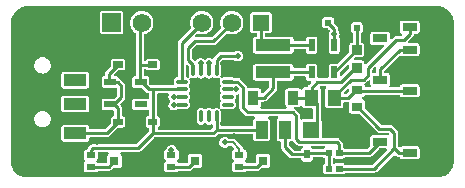
<source format=gtl>
G04 Layer: TopLayer*
G04 EasyEDA v6.4.25, 2021-11-13T21:47:53+08:00*
G04 5f2a3f83ced14d76a3667b2aff7d93ec,987c639a94b84ffc8c6145f2c3ae8d38,10*
G04 Gerber Generator version 0.2*
G04 Scale: 100 percent, Rotated: No, Reflected: No *
G04 Dimensions in millimeters *
G04 leading zeros omitted , absolute positions ,4 integer and 5 decimal *
%FSLAX45Y45*%
%MOMM*%

%ADD10C,0.2540*%
%ADD11C,0.2000*%
%ADD12C,0.3500*%
%ADD13C,0.6096*%
%ADD14C,0.5000*%
%ADD17R,0.9000X0.8000*%
%ADD18R,1.9600X1.0000*%
%ADD20R,1.0000X0.6000*%
%ADD21R,0.8000X0.8000*%
%ADD22R,0.8000X0.5000*%
%ADD23R,1.9500X1.9500*%
%ADD24R,0.5400X0.7901*%
%ADD25R,0.9500X1.1500*%
%ADD26R,3.0000X1.0000*%
%ADD27R,1.0000X1.5500*%
%ADD28R,1.2500X0.7000*%
%ADD31R,0.8640X0.8065*%
%ADD32R,0.5400X0.5657*%
%ADD33C,1.5748*%
%ADD35C,2.0000*%

%LPD*%
G36*
X804672Y15660420D02*
G01*
X788111Y15661386D01*
X773328Y15663976D01*
X758901Y15668193D01*
X745032Y15673984D01*
X731926Y15681299D01*
X719683Y15690088D01*
X708507Y15700146D01*
X698550Y15711373D01*
X689914Y15723666D01*
X682701Y15736874D01*
X677011Y15750794D01*
X672896Y15765221D01*
X670458Y15780054D01*
X669594Y15795498D01*
X669594Y16973499D01*
X670560Y16990060D01*
X673150Y17004893D01*
X677367Y17019320D01*
X683209Y17033138D01*
X690524Y17046295D01*
X699262Y17058487D01*
X709320Y17069663D01*
X720598Y17079620D01*
X732891Y17088256D01*
X746048Y17095520D01*
X759968Y17101210D01*
X774446Y17105274D01*
X789279Y17107763D01*
X804672Y17108576D01*
X4282744Y17108576D01*
X4299254Y17107611D01*
X4314088Y17105020D01*
X4328515Y17100804D01*
X4342384Y17095012D01*
X4355490Y17087697D01*
X4367682Y17078909D01*
X4378858Y17068850D01*
X4388815Y17057624D01*
X4397502Y17045330D01*
X4404715Y17032122D01*
X4410405Y17018203D01*
X4414469Y17003776D01*
X4416958Y16988942D01*
X4417771Y16973499D01*
X4417771Y15795498D01*
X4416806Y15778937D01*
X4414215Y15764103D01*
X4409998Y15749676D01*
X4404207Y15735858D01*
X4396892Y15722701D01*
X4388104Y15710509D01*
X4378045Y15699333D01*
X4366818Y15689376D01*
X4354525Y15680740D01*
X4341317Y15673527D01*
X4327448Y15667786D01*
X4312970Y15663722D01*
X4298137Y15661233D01*
X4282744Y15660420D01*
G37*

%LPC*%
G36*
X3334004Y15684957D02*
G01*
X3389426Y15684957D01*
X3394557Y15685566D01*
X3403092Y15688919D01*
X3406901Y15688919D01*
X3411118Y15687040D01*
X3415436Y15685566D01*
X3420567Y15684957D01*
X3475990Y15684957D01*
X3481120Y15685566D01*
X3485438Y15687040D01*
X3489299Y15689478D01*
X3492550Y15692729D01*
X3495954Y15697098D01*
X3498951Y15698724D01*
X3502304Y15699282D01*
X3739387Y15699282D01*
X3746804Y15700095D01*
X3753358Y15702229D01*
X3759504Y15705785D01*
X3763670Y15709290D01*
X3907739Y15853410D01*
X3911041Y15855594D01*
X3914901Y15856356D01*
X3918813Y15855594D01*
X3922115Y15853410D01*
X3931158Y15844367D01*
X3936949Y15839694D01*
X3943248Y15836493D01*
X3947972Y15835071D01*
X3954119Y15834410D01*
X3957726Y15833344D01*
X3960723Y15830956D01*
X3962603Y15827654D01*
X3964025Y15823590D01*
X3966464Y15819729D01*
X3969715Y15816478D01*
X3973576Y15814040D01*
X3977894Y15812566D01*
X3983024Y15811957D01*
X4106875Y15811957D01*
X4112006Y15812566D01*
X4116324Y15814040D01*
X4120184Y15816478D01*
X4123436Y15819729D01*
X4125874Y15823590D01*
X4127398Y15827908D01*
X4127957Y15833039D01*
X4127957Y15901924D01*
X4127398Y15907004D01*
X4125874Y15911322D01*
X4123436Y15915233D01*
X4120184Y15918434D01*
X4116324Y15920872D01*
X4112006Y15922396D01*
X4106875Y15922955D01*
X3983024Y15922955D01*
X3977894Y15922396D01*
X3973576Y15920872D01*
X3969715Y15918434D01*
X3967530Y15916249D01*
X3964228Y15914065D01*
X3960317Y15913252D01*
X3956456Y15914065D01*
X3953154Y15916249D01*
X3951173Y15918230D01*
X3948937Y15921532D01*
X3948176Y15925444D01*
X3948176Y16034461D01*
X3947414Y16041878D01*
X3945280Y16048431D01*
X3941724Y16054578D01*
X3938168Y16058743D01*
X3901338Y16095573D01*
X3895547Y16100247D01*
X3889349Y16103396D01*
X3882542Y16105225D01*
X3877106Y16105682D01*
X3805936Y16105682D01*
X3802075Y16106444D01*
X3798773Y16108629D01*
X3665982Y16241420D01*
X3663746Y16244722D01*
X3662984Y16248634D01*
X3662984Y16299383D01*
X3662426Y16304513D01*
X3660901Y16308832D01*
X3658463Y16312692D01*
X3655212Y16315944D01*
X3651351Y16318382D01*
X3645966Y16320262D01*
X3642410Y16322395D01*
X3640023Y16325799D01*
X3639159Y16330066D01*
X3640023Y16334130D01*
X3642410Y16337534D01*
X3645966Y16339667D01*
X3651351Y16341547D01*
X3655212Y16343985D01*
X3658463Y16347236D01*
X3663340Y16355517D01*
X3666744Y16357955D01*
X3670808Y16358768D01*
X3953154Y16359124D01*
X3957218Y16358260D01*
X3960622Y16355872D01*
X3962755Y16352316D01*
X3964025Y16348608D01*
X3966464Y16344747D01*
X3969715Y16341496D01*
X3973576Y16339057D01*
X3977894Y16337534D01*
X3983024Y16336975D01*
X4106875Y16336975D01*
X4112006Y16337534D01*
X4116324Y16339057D01*
X4120184Y16341496D01*
X4123436Y16344747D01*
X4125874Y16348608D01*
X4127398Y16352926D01*
X4127957Y16358057D01*
X4127957Y16426891D01*
X4127398Y16432022D01*
X4125874Y16436340D01*
X4123436Y16440200D01*
X4120184Y16443451D01*
X4116324Y16445890D01*
X4112006Y16447414D01*
X4106875Y16447973D01*
X3983024Y16447973D01*
X3977894Y16447414D01*
X3973576Y16445890D01*
X3969715Y16443451D01*
X3966464Y16440200D01*
X3964025Y16436340D01*
X3962654Y16432276D01*
X3960520Y16428770D01*
X3957116Y16426332D01*
X3953052Y16425519D01*
X3882898Y16425418D01*
X3878681Y16426332D01*
X3875227Y16428872D01*
X3873144Y16432631D01*
X3872839Y16436949D01*
X3874312Y16440962D01*
X3875938Y16443604D01*
X3877462Y16447922D01*
X3878021Y16453053D01*
X3878021Y16521887D01*
X3877462Y16527018D01*
X3875938Y16531336D01*
X3873500Y16535196D01*
X3870248Y16538448D01*
X3866387Y16540886D01*
X3862070Y16542410D01*
X3856939Y16542969D01*
X3838397Y16542969D01*
X3834485Y16543731D01*
X3831183Y16545915D01*
X3828999Y16549217D01*
X3828186Y16553129D01*
X3828186Y16557040D01*
X3828999Y16560952D01*
X3831183Y16564254D01*
X3957065Y16690136D01*
X3959860Y16692067D01*
X3963111Y16693032D01*
X3966514Y16692829D01*
X3969664Y16691559D01*
X3973576Y16689069D01*
X3977894Y16687546D01*
X3983024Y16686987D01*
X4106875Y16686987D01*
X4112006Y16687546D01*
X4116324Y16689069D01*
X4120184Y16691508D01*
X4123436Y16694708D01*
X4125874Y16698620D01*
X4127398Y16702938D01*
X4127957Y16708018D01*
X4127957Y16776903D01*
X4127398Y16782034D01*
X4125874Y16786352D01*
X4123436Y16790212D01*
X4120184Y16793464D01*
X4116324Y16795902D01*
X4112006Y16797375D01*
X4106875Y16797985D01*
X4041952Y16797985D01*
X4038041Y16798747D01*
X4034739Y16800931D01*
X4032554Y16804233D01*
X4031792Y16808145D01*
X4032554Y16812006D01*
X4034739Y16815308D01*
X4068064Y16848582D01*
X4072737Y16854424D01*
X4075937Y16860723D01*
X4077411Y16865600D01*
X4077766Y16868241D01*
X4078884Y16871645D01*
X4081170Y16874490D01*
X4084269Y16876318D01*
X4087825Y16876979D01*
X4106875Y16876979D01*
X4112006Y16877538D01*
X4116324Y16879062D01*
X4120184Y16881500D01*
X4123436Y16884700D01*
X4125874Y16888612D01*
X4127398Y16892930D01*
X4127957Y16898010D01*
X4127957Y16966895D01*
X4127398Y16972026D01*
X4125874Y16976344D01*
X4123436Y16980204D01*
X4120184Y16983456D01*
X4116324Y16985894D01*
X4112006Y16987367D01*
X4106875Y16987977D01*
X3983024Y16987977D01*
X3977894Y16987367D01*
X3973576Y16985894D01*
X3969715Y16983456D01*
X3966464Y16980204D01*
X3964025Y16976344D01*
X3962552Y16972026D01*
X3961942Y16966895D01*
X3961942Y16898010D01*
X3962552Y16892930D01*
X3964025Y16888612D01*
X3966464Y16884700D01*
X3969715Y16881500D01*
X3973576Y16879062D01*
X3976878Y16877893D01*
X3980332Y16875861D01*
X3982720Y16872559D01*
X3983685Y16868648D01*
X3982974Y16864634D01*
X3980789Y16861231D01*
X3977487Y16858945D01*
X3973525Y16858132D01*
X3932936Y16858132D01*
X3925519Y16857370D01*
X3918965Y16855236D01*
X3912819Y16851680D01*
X3908653Y16848175D01*
X3895344Y16834866D01*
X3892092Y16832630D01*
X3888181Y16831868D01*
X3884269Y16832630D01*
X3881018Y16834866D01*
X3878783Y16838168D01*
X3878021Y16842028D01*
X3878021Y16871899D01*
X3877462Y16877030D01*
X3875938Y16881348D01*
X3873500Y16885208D01*
X3870248Y16888460D01*
X3866387Y16890898D01*
X3862070Y16892371D01*
X3856939Y16892981D01*
X3733088Y16892981D01*
X3727958Y16892371D01*
X3723640Y16890898D01*
X3719779Y16888460D01*
X3716528Y16885208D01*
X3714089Y16881348D01*
X3712616Y16877030D01*
X3712006Y16871899D01*
X3712006Y16803014D01*
X3712616Y16797934D01*
X3714089Y16793616D01*
X3716528Y16789704D01*
X3719779Y16786504D01*
X3723640Y16784066D01*
X3727958Y16782542D01*
X3733088Y16781983D01*
X3817975Y16781983D01*
X3821836Y16781170D01*
X3825138Y16778986D01*
X3827322Y16775684D01*
X3828135Y16771823D01*
X3827322Y16767911D01*
X3825138Y16764609D01*
X3678529Y16618000D01*
X3675227Y16615816D01*
X3671366Y16615054D01*
X3667455Y16615816D01*
X3664153Y16618000D01*
X3661968Y16621302D01*
X3661206Y16625214D01*
X3661206Y16629380D01*
X3660597Y16634510D01*
X3659124Y16638828D01*
X3656685Y16642689D01*
X3653434Y16645940D01*
X3649573Y16648379D01*
X3645255Y16649903D01*
X3640124Y16650462D01*
X3579114Y16650462D01*
X3575253Y16651224D01*
X3571951Y16653459D01*
X3569715Y16656761D01*
X3568954Y16660622D01*
X3569715Y16664533D01*
X3571951Y16667784D01*
X3580637Y16676471D01*
X3583940Y16678706D01*
X3587800Y16679468D01*
X3640124Y16679468D01*
X3645255Y16680027D01*
X3649573Y16681551D01*
X3653434Y16683990D01*
X3656685Y16687241D01*
X3659124Y16691101D01*
X3660597Y16695419D01*
X3661206Y16700550D01*
X3661206Y16780052D01*
X3660597Y16785183D01*
X3659124Y16789501D01*
X3656685Y16793362D01*
X3653434Y16796613D01*
X3649573Y16799001D01*
X3645255Y16800525D01*
X3639718Y16801134D01*
X3636213Y16802252D01*
X3633266Y16804487D01*
X3631387Y16807637D01*
X3630726Y16811244D01*
X3630726Y16872712D01*
X3631285Y16876064D01*
X3632911Y16879062D01*
X3637229Y16882414D01*
X3640480Y16885666D01*
X3642918Y16889526D01*
X3644392Y16893844D01*
X3645001Y16898975D01*
X3645001Y16954398D01*
X3644392Y16959529D01*
X3642918Y16963847D01*
X3640480Y16967708D01*
X3637229Y16970959D01*
X3633368Y16973397D01*
X3629050Y16974870D01*
X3623919Y16975480D01*
X3571087Y16975480D01*
X3565956Y16974870D01*
X3561638Y16973397D01*
X3557778Y16970959D01*
X3554526Y16967708D01*
X3552088Y16963847D01*
X3550564Y16959529D01*
X3550005Y16954398D01*
X3550005Y16898975D01*
X3550564Y16893844D01*
X3552088Y16889526D01*
X3554526Y16885666D01*
X3557778Y16882414D01*
X3562096Y16879011D01*
X3563721Y16876064D01*
X3564331Y16872712D01*
X3564331Y16811244D01*
X3563620Y16807637D01*
X3561740Y16804487D01*
X3558794Y16802252D01*
X3555288Y16801185D01*
X3549751Y16800525D01*
X3545433Y16799001D01*
X3541572Y16796613D01*
X3538321Y16793362D01*
X3535883Y16789501D01*
X3534359Y16785183D01*
X3533800Y16780052D01*
X3533800Y16727779D01*
X3533038Y16723868D01*
X3530803Y16720616D01*
X3436162Y16625925D01*
X3432860Y16623741D01*
X3429000Y16622979D01*
X3378962Y16622979D01*
X3373831Y16622369D01*
X3369513Y16620896D01*
X3365652Y16618457D01*
X3362401Y16615206D01*
X3359962Y16611346D01*
X3358489Y16607028D01*
X3357879Y16601897D01*
X3357879Y16513200D01*
X3357118Y16509339D01*
X3354933Y16506037D01*
X3351631Y16503853D01*
X3347720Y16503040D01*
X3272231Y16503040D01*
X3268370Y16503853D01*
X3265068Y16506037D01*
X3262884Y16509339D01*
X3262071Y16513200D01*
X3262071Y16601897D01*
X3261512Y16607028D01*
X3259988Y16611346D01*
X3257550Y16615206D01*
X3254349Y16618457D01*
X3250438Y16620896D01*
X3246120Y16622369D01*
X3241040Y16622979D01*
X3188970Y16622979D01*
X3183839Y16622369D01*
X3179521Y16620896D01*
X3175660Y16618457D01*
X3172409Y16615206D01*
X3169970Y16611346D01*
X3168446Y16607028D01*
X3167888Y16601897D01*
X3167888Y16593312D01*
X3167126Y16589451D01*
X3164941Y16586149D01*
X3161639Y16583913D01*
X3157778Y16583151D01*
X3071114Y16582898D01*
X3067202Y16583660D01*
X3063900Y16585844D01*
X3061716Y16589146D01*
X3060903Y16593057D01*
X3060903Y16598442D01*
X3060344Y16603573D01*
X3058820Y16607891D01*
X3056382Y16611752D01*
X3053181Y16615003D01*
X3049270Y16617442D01*
X3044952Y16618966D01*
X3039872Y16619524D01*
X2740964Y16619524D01*
X2735884Y16618966D01*
X2731566Y16617442D01*
X2727655Y16615003D01*
X2724454Y16611752D01*
X2722016Y16607891D01*
X2720492Y16603573D01*
X2719933Y16598442D01*
X2719933Y16499586D01*
X2720492Y16494506D01*
X2722016Y16490188D01*
X2724454Y16486276D01*
X2727655Y16483076D01*
X2731566Y16480637D01*
X2735884Y16479113D01*
X2740964Y16478554D01*
X2847187Y16478554D01*
X2851048Y16477742D01*
X2854350Y16475557D01*
X2856534Y16472255D01*
X2857347Y16468394D01*
X2857347Y16430955D01*
X2856534Y16427094D01*
X2854350Y16423792D01*
X2806090Y16375684D01*
X2802788Y16373500D01*
X2798876Y16372738D01*
X2795016Y16373500D01*
X2791714Y16375684D01*
X2789529Y16378986D01*
X2788767Y16382898D01*
X2788767Y16392296D01*
X2788158Y16397427D01*
X2786684Y16401745D01*
X2784246Y16405606D01*
X2780995Y16408857D01*
X2777134Y16411295D01*
X2772816Y16412819D01*
X2767685Y16413378D01*
X2678226Y16413378D01*
X2674569Y16414038D01*
X2671419Y16415969D01*
X2669184Y16418915D01*
X2668117Y16422471D01*
X2667406Y16429278D01*
X2665272Y16435832D01*
X2661716Y16441978D01*
X2658262Y16446042D01*
X2610408Y16494150D01*
X2604617Y16498874D01*
X2598420Y16502024D01*
X2591612Y16503904D01*
X2586075Y16504310D01*
X2557830Y16504310D01*
X2555341Y16504615D01*
X2552039Y16506088D01*
X2544876Y16508222D01*
X2537002Y16509034D01*
X2472994Y16509034D01*
X2465070Y16508222D01*
X2453233Y16504564D01*
X2448966Y16505174D01*
X2445359Y16507510D01*
X2443073Y16511117D01*
X2442413Y16515384D01*
X2446274Y16527576D01*
X2447036Y16535450D01*
X2447036Y16599458D01*
X2446274Y16607383D01*
X2444089Y16614495D01*
X2442565Y16618000D01*
X2442260Y16620490D01*
X2442260Y16633596D01*
X2443022Y16637457D01*
X2445258Y16640759D01*
X2455773Y16651274D01*
X2459075Y16653510D01*
X2462936Y16654272D01*
X2555341Y16654272D01*
X2558440Y16653763D01*
X2561234Y16652392D01*
X2567279Y16648125D01*
X2575153Y16644518D01*
X2583535Y16642486D01*
X2592171Y16642080D01*
X2600706Y16643299D01*
X2608884Y16646144D01*
X2616352Y16650462D01*
X2622905Y16656100D01*
X2628239Y16662907D01*
X2632202Y16670578D01*
X2634640Y16678859D01*
X2635453Y16687444D01*
X2634640Y16696080D01*
X2632202Y16704360D01*
X2628239Y16712031D01*
X2622905Y16718838D01*
X2616352Y16724477D01*
X2608884Y16728795D01*
X2600706Y16731640D01*
X2592171Y16732859D01*
X2583535Y16732453D01*
X2575153Y16730421D01*
X2567279Y16726814D01*
X2561234Y16722547D01*
X2558440Y16721124D01*
X2555341Y16720667D01*
X2445512Y16720667D01*
X2438095Y16719905D01*
X2431542Y16717721D01*
X2425395Y16714216D01*
X2421229Y16710660D01*
X2386025Y16675455D01*
X2380386Y16668292D01*
X2377694Y16665905D01*
X2374341Y16664584D01*
X2370734Y16664533D01*
X2366365Y16666311D01*
X2358186Y16669156D01*
X2349652Y16670375D01*
X2341016Y16669969D01*
X2332634Y16667937D01*
X2324760Y16664330D01*
X2316937Y16658742D01*
X2312822Y16657015D01*
X2308352Y16657218D01*
X2304389Y16659351D01*
X2301341Y16661993D01*
X2293874Y16666311D01*
X2285695Y16669156D01*
X2277160Y16670375D01*
X2268524Y16669969D01*
X2260142Y16667937D01*
X2252268Y16664330D01*
X2245207Y16659301D01*
X2239264Y16653052D01*
X2238095Y16651224D01*
X2234895Y16648074D01*
X2230628Y16646601D01*
X2226157Y16647160D01*
X2222347Y16649547D01*
X2206091Y16665803D01*
X2203907Y16669105D01*
X2203145Y16673017D01*
X2203145Y16741952D01*
X2203907Y16745864D01*
X2206091Y16749166D01*
X2235809Y16778884D01*
X2239111Y16781068D01*
X2243023Y16781830D01*
X2382520Y16781830D01*
X2389936Y16782643D01*
X2396490Y16784777D01*
X2402636Y16788333D01*
X2406802Y16791838D01*
X2490622Y16875709D01*
X2493822Y16877893D01*
X2497632Y16878655D01*
X2501442Y16877995D01*
X2508605Y16875252D01*
X2521508Y16872153D01*
X2534666Y16870832D01*
X2547924Y16871289D01*
X2560980Y16873474D01*
X2573680Y16877436D01*
X2585669Y16883024D01*
X2596845Y16890136D01*
X2606954Y16898670D01*
X2615844Y16908526D01*
X2623362Y16919448D01*
X2629357Y16931284D01*
X2633675Y16943781D01*
X2636316Y16956786D01*
X2637231Y16969994D01*
X2636316Y16983252D01*
X2633675Y16996206D01*
X2629357Y17008754D01*
X2623362Y17020590D01*
X2615844Y17031512D01*
X2606954Y17041317D01*
X2596845Y17049902D01*
X2585669Y17057014D01*
X2573680Y17062602D01*
X2560980Y17066514D01*
X2547924Y17068749D01*
X2534666Y17069155D01*
X2521508Y17067834D01*
X2508605Y17064786D01*
X2496261Y17060011D01*
X2484628Y17053661D01*
X2473960Y17045787D01*
X2464409Y17036542D01*
X2456180Y17026178D01*
X2449474Y17014748D01*
X2444292Y17002556D01*
X2440787Y16989755D01*
X2439009Y16976648D01*
X2439009Y16963390D01*
X2440787Y16950232D01*
X2444292Y16937482D01*
X2445816Y16933773D01*
X2446629Y16929862D01*
X2445867Y16925950D01*
X2443683Y16922648D01*
X2372258Y16851223D01*
X2368956Y16849039D01*
X2365044Y16848226D01*
X2233726Y16848226D01*
X2229815Y16849039D01*
X2226513Y16851223D01*
X2224328Y16854525D01*
X2223566Y16858386D01*
X2224328Y16862298D01*
X2226513Y16865600D01*
X2236622Y16875709D01*
X2239873Y16877842D01*
X2243632Y16878655D01*
X2247493Y16877995D01*
X2254605Y16875252D01*
X2267508Y16872153D01*
X2280666Y16870832D01*
X2293924Y16871289D01*
X2306980Y16873474D01*
X2319680Y16877436D01*
X2331669Y16883024D01*
X2342845Y16890136D01*
X2352954Y16898670D01*
X2361844Y16908526D01*
X2369362Y16919448D01*
X2375357Y16931284D01*
X2379675Y16943781D01*
X2382316Y16956786D01*
X2383231Y16969994D01*
X2382316Y16983252D01*
X2379675Y16996206D01*
X2375357Y17008754D01*
X2369362Y17020590D01*
X2361844Y17031512D01*
X2352954Y17041317D01*
X2342845Y17049902D01*
X2331669Y17057014D01*
X2319680Y17062602D01*
X2306980Y17066514D01*
X2293924Y17068749D01*
X2280666Y17069155D01*
X2267508Y17067834D01*
X2254605Y17064786D01*
X2242261Y17060011D01*
X2230628Y17053661D01*
X2219960Y17045787D01*
X2210409Y17036542D01*
X2202180Y17026178D01*
X2195474Y17014748D01*
X2190292Y17002556D01*
X2186787Y16989755D01*
X2185009Y16976648D01*
X2185009Y16963390D01*
X2186787Y16950232D01*
X2190292Y16937482D01*
X2191816Y16933773D01*
X2192629Y16929862D01*
X2191867Y16925950D01*
X2189683Y16922648D01*
X2091893Y16824858D01*
X2087219Y16819067D01*
X2084070Y16812869D01*
X2082241Y16806062D01*
X2081784Y16800626D01*
X2081784Y16518331D01*
X2080920Y16514114D01*
X2078329Y16510660D01*
X2074570Y16508577D01*
X2067966Y16506596D01*
X2061413Y16503091D01*
X2055672Y16498366D01*
X2050948Y16492626D01*
X2047443Y16486073D01*
X2045258Y16478910D01*
X2044547Y16471544D01*
X2045258Y16464127D01*
X2047443Y16457015D01*
X2048611Y16454780D01*
X2049780Y16450767D01*
X2049272Y16446652D01*
X2047138Y16443096D01*
X2043734Y16440657D01*
X2039670Y16439794D01*
X1853895Y16439794D01*
X1849983Y16440607D01*
X1846681Y16442791D01*
X1840992Y16448481D01*
X1838756Y16451783D01*
X1837994Y16455694D01*
X1837994Y16496893D01*
X1837436Y16501973D01*
X1835912Y16506291D01*
X1833473Y16510203D01*
X1830273Y16513403D01*
X1826361Y16515842D01*
X1822043Y16517366D01*
X1816963Y16517924D01*
X1803349Y16517924D01*
X1799488Y16518737D01*
X1796186Y16520922D01*
X1794002Y16524224D01*
X1793189Y16528084D01*
X1793189Y16570248D01*
X1794154Y16574516D01*
X1796745Y16577970D01*
X1800555Y16580053D01*
X1804873Y16580307D01*
X1808937Y16578783D01*
X1815490Y16571976D01*
X1819351Y16569537D01*
X1823669Y16568064D01*
X1828800Y16567454D01*
X1906676Y16567454D01*
X1911807Y16568064D01*
X1916125Y16569537D01*
X1919986Y16571976D01*
X1923237Y16575227D01*
X1925675Y16579088D01*
X1927148Y16583406D01*
X1927758Y16588536D01*
X1927758Y16641419D01*
X1927148Y16646499D01*
X1925675Y16650817D01*
X1923237Y16654729D01*
X1919986Y16657929D01*
X1916125Y16660368D01*
X1911807Y16661892D01*
X1906676Y16662450D01*
X1828800Y16662450D01*
X1823669Y16661892D01*
X1819351Y16660368D01*
X1815490Y16657929D01*
X1808937Y16651173D01*
X1804873Y16649598D01*
X1800555Y16649903D01*
X1796745Y16651986D01*
X1794154Y16655440D01*
X1793189Y16659656D01*
X1793189Y16864228D01*
X1794103Y16868394D01*
X1796643Y16871848D01*
X1800352Y16873931D01*
X1811680Y16877436D01*
X1823669Y16883024D01*
X1834845Y16890136D01*
X1844954Y16898670D01*
X1853844Y16908526D01*
X1861362Y16919448D01*
X1867357Y16931284D01*
X1871675Y16943781D01*
X1874316Y16956786D01*
X1875231Y16969994D01*
X1874316Y16983252D01*
X1871675Y16996206D01*
X1867357Y17008754D01*
X1861362Y17020590D01*
X1853844Y17031512D01*
X1844954Y17041317D01*
X1834845Y17049902D01*
X1823669Y17057014D01*
X1811680Y17062602D01*
X1798980Y17066514D01*
X1785924Y17068749D01*
X1772666Y17069155D01*
X1759508Y17067834D01*
X1746605Y17064786D01*
X1734261Y17060011D01*
X1722628Y17053661D01*
X1711960Y17045787D01*
X1702409Y17036542D01*
X1694180Y17026178D01*
X1687474Y17014748D01*
X1682292Y17002556D01*
X1678787Y16989755D01*
X1677009Y16976648D01*
X1677009Y16963390D01*
X1678787Y16950232D01*
X1682292Y16937482D01*
X1687474Y16925239D01*
X1694180Y16913860D01*
X1702409Y16903446D01*
X1711960Y16894251D01*
X1722678Y16886326D01*
X1724914Y16884091D01*
X1726336Y16881297D01*
X1726793Y16878147D01*
X1726793Y16528034D01*
X1726133Y16524376D01*
X1724253Y16521226D01*
X1721307Y16518991D01*
X1717802Y16517924D01*
X1712975Y16517366D01*
X1708657Y16515842D01*
X1704746Y16513403D01*
X1701546Y16510203D01*
X1699107Y16506291D01*
X1697583Y16501973D01*
X1697024Y16496893D01*
X1697024Y16438016D01*
X1697583Y16432885D01*
X1699107Y16428567D01*
X1701546Y16424706D01*
X1704746Y16421455D01*
X1708657Y16419017D01*
X1712975Y16417544D01*
X1718056Y16416934D01*
X1774443Y16416934D01*
X1778304Y16416172D01*
X1781606Y16413988D01*
X1812036Y16383507D01*
X1817878Y16378834D01*
X1824177Y16375634D01*
X1828952Y16374211D01*
X1832508Y16373754D01*
X1836013Y16372687D01*
X1838909Y16370452D01*
X1840788Y16367302D01*
X1841449Y16363696D01*
X1841449Y16334740D01*
X1840738Y16330930D01*
X1838604Y16327678D01*
X1835404Y16325443D01*
X1831644Y16324580D01*
X1827784Y16325240D01*
X1821942Y16327374D01*
X1816912Y16327932D01*
X1718056Y16327932D01*
X1712975Y16327374D01*
X1708657Y16325850D01*
X1704746Y16323411D01*
X1701546Y16320211D01*
X1699107Y16316299D01*
X1697583Y16311981D01*
X1697024Y16306901D01*
X1697024Y16248024D01*
X1697583Y16242893D01*
X1699107Y16238575D01*
X1701546Y16234714D01*
X1704746Y16231463D01*
X1708657Y16229025D01*
X1712975Y16227551D01*
X1718056Y16226942D01*
X1816912Y16226942D01*
X1821942Y16227501D01*
X1827784Y16229685D01*
X1831644Y16230295D01*
X1835404Y16229431D01*
X1838604Y16227247D01*
X1840738Y16223996D01*
X1841449Y16220135D01*
X1841449Y16187623D01*
X1840687Y16183762D01*
X1838502Y16180460D01*
X1835200Y16178276D01*
X1831289Y16177463D01*
X1828800Y16177463D01*
X1823720Y16176904D01*
X1819402Y16175380D01*
X1815490Y16172942D01*
X1812289Y16169741D01*
X1809851Y16165830D01*
X1808327Y16161512D01*
X1807768Y16156432D01*
X1807768Y16103549D01*
X1808327Y16098418D01*
X1809851Y16094100D01*
X1812289Y16090239D01*
X1815490Y16086988D01*
X1819402Y16084550D01*
X1823720Y16083076D01*
X1828952Y16081806D01*
X1831898Y16079520D01*
X1833778Y16076371D01*
X1834489Y16072764D01*
X1834489Y16050209D01*
X1833676Y16046297D01*
X1831492Y16042995D01*
X1732178Y15943681D01*
X1728876Y15941497D01*
X1724964Y15940684D01*
X1363218Y15940684D01*
X1355801Y15939922D01*
X1349248Y15937788D01*
X1343152Y15934283D01*
X1338783Y15930524D01*
X1321409Y15912896D01*
X1316736Y15907054D01*
X1313688Y15901009D01*
X1311757Y15898317D01*
X1309014Y15896437D01*
X1305763Y15895523D01*
X1300429Y15894913D01*
X1296111Y15893389D01*
X1292250Y15890951D01*
X1288999Y15887700D01*
X1286611Y15883839D01*
X1285087Y15879521D01*
X1284478Y15874390D01*
X1284478Y15825571D01*
X1285087Y15820440D01*
X1286611Y15816122D01*
X1288999Y15812262D01*
X1295857Y15805759D01*
X1297482Y15802000D01*
X1297482Y15797936D01*
X1295857Y15794177D01*
X1288999Y15787725D01*
X1286611Y15783864D01*
X1285087Y15779546D01*
X1284478Y15774416D01*
X1284478Y15725546D01*
X1285087Y15720415D01*
X1286611Y15716097D01*
X1288999Y15712236D01*
X1292250Y15708985D01*
X1296111Y15706547D01*
X1300429Y15705074D01*
X1305560Y15704464D01*
X1384452Y15704464D01*
X1389532Y15705074D01*
X1393850Y15706547D01*
X1397762Y15708985D01*
X1403248Y15714675D01*
X1406194Y15716250D01*
X1409446Y15716757D01*
X1494383Y15716757D01*
X1501800Y15717570D01*
X1508404Y15719704D01*
X1514500Y15723209D01*
X1518666Y15726765D01*
X1528368Y15736519D01*
X1531670Y15738703D01*
X1535582Y15739465D01*
X1584350Y15739465D01*
X1589430Y15740075D01*
X1593748Y15741548D01*
X1597660Y15743986D01*
X1600860Y15747238D01*
X1603298Y15751098D01*
X1604822Y15755416D01*
X1605381Y15760547D01*
X1605381Y15839389D01*
X1604822Y15844519D01*
X1603298Y15848838D01*
X1600911Y15852648D01*
X1596593Y15856864D01*
X1594358Y15860166D01*
X1593545Y15864078D01*
X1594307Y15867989D01*
X1596491Y15871291D01*
X1599793Y15873526D01*
X1603705Y15874288D01*
X1742439Y15874288D01*
X1749856Y15875101D01*
X1756410Y15877235D01*
X1762556Y15880791D01*
X1766722Y15884296D01*
X1878431Y15996056D01*
X1881733Y15998240D01*
X1885645Y15999002D01*
X2376678Y15999002D01*
X2384094Y15999815D01*
X2390648Y16001949D01*
X2396794Y16005505D01*
X2400960Y16009010D01*
X2419451Y16027552D01*
X2422753Y16029736D01*
X2426665Y16030498D01*
X2709367Y16030498D01*
X2713228Y16029736D01*
X2716530Y16027552D01*
X2718714Y16024250D01*
X2719527Y16020338D01*
X2719527Y15986810D01*
X2720086Y15981680D01*
X2721610Y15977362D01*
X2724048Y15973501D01*
X2727248Y15970250D01*
X2731160Y15967811D01*
X2735478Y15966338D01*
X2740558Y15965728D01*
X2839415Y15965728D01*
X2844546Y15966338D01*
X2848864Y15967811D01*
X2852724Y15970250D01*
X2855976Y15973501D01*
X2858414Y15977362D01*
X2859938Y15981680D01*
X2860497Y15986810D01*
X2860497Y16140684D01*
X2859938Y16145763D01*
X2858414Y16150082D01*
X2855976Y16153993D01*
X2852724Y16157194D01*
X2851404Y16158057D01*
X2848305Y16161105D01*
X2846730Y16165169D01*
X2847035Y16169487D01*
X2849118Y16173297D01*
X2852572Y16175888D01*
X2856788Y16176802D01*
X2923235Y16176802D01*
X2927451Y16175888D01*
X2930906Y16173297D01*
X2932988Y16169487D01*
X2933242Y16165169D01*
X2931718Y16161105D01*
X2928620Y16158057D01*
X2927248Y16157194D01*
X2924048Y16153993D01*
X2921609Y16150082D01*
X2920085Y16145763D01*
X2919526Y16140684D01*
X2919526Y15986810D01*
X2920085Y15981680D01*
X2921609Y15977362D01*
X2924048Y15973501D01*
X2927248Y15970250D01*
X2931160Y15967811D01*
X2935478Y15966338D01*
X2940558Y15965728D01*
X2946654Y15965728D01*
X2950514Y15964966D01*
X2953816Y15962782D01*
X2956052Y15959480D01*
X2956814Y15955568D01*
X2956814Y15915487D01*
X2957576Y15908070D01*
X2959709Y15901466D01*
X2963265Y15895370D01*
X2966821Y15891205D01*
X3026613Y15831362D01*
X3032455Y15826689D01*
X3038602Y15823539D01*
X3045409Y15821710D01*
X3050895Y15821253D01*
X3117748Y15821253D01*
X3121406Y15820593D01*
X3124555Y15818713D01*
X3126790Y15815767D01*
X3128060Y15810433D01*
X3129584Y15806115D01*
X3132023Y15802254D01*
X3135274Y15799003D01*
X3139135Y15796564D01*
X3143453Y15795040D01*
X3148584Y15794482D01*
X3201416Y15794482D01*
X3206546Y15795040D01*
X3210864Y15796564D01*
X3214725Y15799003D01*
X3217976Y15802254D01*
X3220415Y15806115D01*
X3221939Y15810433D01*
X3222498Y15815563D01*
X3222498Y15824098D01*
X3223260Y15828010D01*
X3225444Y15831312D01*
X3228746Y15833496D01*
X3232658Y15834258D01*
X3307740Y15834258D01*
X3311093Y15833699D01*
X3314090Y15832074D01*
X3317443Y15827756D01*
X3320694Y15824504D01*
X3323793Y15822574D01*
X3326282Y15820288D01*
X3327958Y15817342D01*
X3328517Y15813989D01*
X3328517Y15785998D01*
X3327958Y15782645D01*
X3326282Y15779648D01*
X3323793Y15777362D01*
X3320694Y15775432D01*
X3317443Y15772231D01*
X3315004Y15768319D01*
X3313531Y15764001D01*
X3312922Y15758922D01*
X3312922Y15706039D01*
X3313531Y15700908D01*
X3315004Y15696590D01*
X3317443Y15692729D01*
X3320694Y15689478D01*
X3324555Y15687040D01*
X3328873Y15685566D01*
G37*
G36*
X1988057Y15704464D02*
G01*
X2066950Y15704464D01*
X2072030Y15705074D01*
X2076348Y15706547D01*
X2080260Y15708985D01*
X2085746Y15714675D01*
X2088692Y15716250D01*
X2091943Y15716757D01*
X2176881Y15716757D01*
X2184298Y15717570D01*
X2190902Y15719704D01*
X2196998Y15723209D01*
X2201164Y15726765D01*
X2210866Y15736519D01*
X2214168Y15738703D01*
X2218080Y15739465D01*
X2266848Y15739465D01*
X2271928Y15740075D01*
X2276246Y15741548D01*
X2280158Y15743986D01*
X2283358Y15747238D01*
X2285796Y15751098D01*
X2287320Y15755416D01*
X2287879Y15760547D01*
X2287879Y15839389D01*
X2287320Y15844519D01*
X2285796Y15848838D01*
X2283358Y15852698D01*
X2280158Y15855950D01*
X2276246Y15858388D01*
X2271928Y15859912D01*
X2266848Y15860471D01*
X2187956Y15860471D01*
X2182876Y15859912D01*
X2178558Y15858388D01*
X2174646Y15855950D01*
X2171446Y15852698D01*
X2169007Y15848838D01*
X2167483Y15844519D01*
X2166924Y15839389D01*
X2166924Y15793313D01*
X2166112Y15789452D01*
X2163927Y15786150D01*
X2160625Y15783966D01*
X2156764Y15783153D01*
X2091943Y15783153D01*
X2088692Y15783712D01*
X2085746Y15785287D01*
X2080260Y15790976D01*
X2076602Y15794177D01*
X2075027Y15797936D01*
X2075027Y15802000D01*
X2076602Y15805759D01*
X2083460Y15812262D01*
X2085898Y15816122D01*
X2087422Y15820440D01*
X2087981Y15825571D01*
X2087981Y15874390D01*
X2087422Y15879521D01*
X2085898Y15883839D01*
X2083460Y15887700D01*
X2080260Y15890951D01*
X2076297Y15893440D01*
X2073605Y15895878D01*
X2071979Y15899180D01*
X2069693Y15906851D01*
X2065731Y15914522D01*
X2060397Y15921329D01*
X2053894Y15926968D01*
X2046376Y15931286D01*
X2038197Y15934131D01*
X2029663Y15935350D01*
X2021027Y15934944D01*
X2012645Y15932912D01*
X2004771Y15929305D01*
X1997760Y15924326D01*
X1991766Y15918078D01*
X1987092Y15910763D01*
X1983892Y15902787D01*
X1983384Y15900196D01*
X1981809Y15896386D01*
X1978812Y15893491D01*
X1974748Y15890951D01*
X1971497Y15887700D01*
X1969109Y15883839D01*
X1967585Y15879521D01*
X1966975Y15874390D01*
X1966975Y15825571D01*
X1967585Y15820440D01*
X1969109Y15816122D01*
X1971497Y15812262D01*
X1978355Y15805759D01*
X1979980Y15802000D01*
X1979980Y15797936D01*
X1978355Y15794177D01*
X1971497Y15787725D01*
X1969109Y15783864D01*
X1967585Y15779546D01*
X1966975Y15774416D01*
X1966975Y15725546D01*
X1967585Y15720415D01*
X1969109Y15716097D01*
X1971497Y15712236D01*
X1974748Y15708985D01*
X1978609Y15706547D01*
X1982927Y15705074D01*
G37*
G36*
X2563063Y15704464D02*
G01*
X2641955Y15704464D01*
X2647035Y15705074D01*
X2651353Y15706598D01*
X2655265Y15708985D01*
X2660751Y15714675D01*
X2663698Y15716250D01*
X2666949Y15716757D01*
X2751836Y15716757D01*
X2759252Y15717570D01*
X2765856Y15719704D01*
X2771952Y15723209D01*
X2776118Y15726765D01*
X2785872Y15736519D01*
X2789123Y15738703D01*
X2793034Y15739465D01*
X2841802Y15739465D01*
X2846933Y15740075D01*
X2851251Y15741548D01*
X2855112Y15743986D01*
X2858363Y15747238D01*
X2860802Y15751098D01*
X2862275Y15755416D01*
X2862884Y15760547D01*
X2862884Y15839389D01*
X2862275Y15844519D01*
X2860802Y15848838D01*
X2858363Y15852698D01*
X2855112Y15855950D01*
X2851251Y15858388D01*
X2846933Y15859912D01*
X2841802Y15860471D01*
X2762961Y15860471D01*
X2757830Y15859912D01*
X2753512Y15858388D01*
X2749651Y15855950D01*
X2746400Y15852698D01*
X2743962Y15848838D01*
X2742438Y15844519D01*
X2741879Y15839389D01*
X2741879Y15793313D01*
X2741117Y15789452D01*
X2738882Y15786150D01*
X2735580Y15783966D01*
X2731719Y15783153D01*
X2666949Y15783153D01*
X2663698Y15783712D01*
X2660751Y15785287D01*
X2655265Y15790976D01*
X2651607Y15794177D01*
X2650032Y15797936D01*
X2650032Y15802000D01*
X2651607Y15805759D01*
X2658465Y15812262D01*
X2660904Y15816122D01*
X2662428Y15820440D01*
X2662986Y15825571D01*
X2662986Y15874390D01*
X2662428Y15879521D01*
X2660904Y15883839D01*
X2658465Y15887700D01*
X2655265Y15890951D01*
X2651353Y15893389D01*
X2647035Y15894913D01*
X2641701Y15895523D01*
X2638298Y15896539D01*
X2635453Y15898622D01*
X2633472Y15901619D01*
X2632710Y15905073D01*
X2632557Y15907207D01*
X2630932Y15913354D01*
X2628036Y15919043D01*
X2623718Y15924377D01*
X2569362Y15978733D01*
X2565501Y15982035D01*
X2559862Y15985286D01*
X2553817Y15987268D01*
X2546959Y15987979D01*
X2515158Y15987979D01*
X2511602Y15988588D01*
X2508504Y15990468D01*
X2503881Y15994481D01*
X2496362Y15998799D01*
X2488234Y16001644D01*
X2479649Y16002863D01*
X2471013Y16002457D01*
X2462631Y16000425D01*
X2454757Y15996818D01*
X2447747Y15991840D01*
X2441752Y15985540D01*
X2437079Y15978276D01*
X2433878Y15970250D01*
X2432253Y15961766D01*
X2432253Y15953130D01*
X2433878Y15944646D01*
X2437079Y15936620D01*
X2441752Y15929356D01*
X2447747Y15923107D01*
X2454757Y15918129D01*
X2462631Y15914522D01*
X2471013Y15912490D01*
X2479649Y15912084D01*
X2488234Y15913303D01*
X2496362Y15916148D01*
X2503881Y15920466D01*
X2508554Y15924479D01*
X2511653Y15926358D01*
X2515209Y15926968D01*
X2530652Y15926968D01*
X2534564Y15926206D01*
X2537815Y15924022D01*
X2553716Y15908121D01*
X2555798Y15905124D01*
X2556662Y15901619D01*
X2556256Y15898012D01*
X2554630Y15894761D01*
X2551938Y15892322D01*
X2549753Y15890951D01*
X2546553Y15887700D01*
X2544114Y15883839D01*
X2542590Y15879521D01*
X2542032Y15874390D01*
X2542032Y15825571D01*
X2542590Y15820440D01*
X2544114Y15816122D01*
X2546553Y15812262D01*
X2553411Y15805759D01*
X2554986Y15802000D01*
X2554986Y15797936D01*
X2553411Y15794177D01*
X2546553Y15787725D01*
X2544114Y15783864D01*
X2542590Y15779546D01*
X2542032Y15774416D01*
X2542032Y15725546D01*
X2542590Y15720415D01*
X2544114Y15716097D01*
X2546553Y15712236D01*
X2549753Y15708985D01*
X2553665Y15706598D01*
X2557983Y15705074D01*
G37*
G36*
X1116584Y15962680D02*
G01*
X1311402Y15962680D01*
X1316532Y15963290D01*
X1320850Y15964763D01*
X1324762Y15967201D01*
X1327962Y15970453D01*
X1330401Y15974313D01*
X1331925Y15978632D01*
X1332484Y15983762D01*
X1332484Y15989401D01*
X1333246Y15993262D01*
X1335481Y15996564D01*
X1338783Y15998748D01*
X1342644Y15999561D01*
X1477721Y15999561D01*
X1485138Y16000323D01*
X1491742Y16002457D01*
X1497838Y16006013D01*
X1502003Y16009569D01*
X1571955Y16079469D01*
X1575257Y16081705D01*
X1579168Y16082467D01*
X1614424Y16082467D01*
X1619554Y16083026D01*
X1623872Y16084550D01*
X1627733Y16086988D01*
X1630984Y16090239D01*
X1633423Y16094100D01*
X1634896Y16098418D01*
X1635506Y16103549D01*
X1635506Y16156381D01*
X1634896Y16161512D01*
X1633423Y16165830D01*
X1630984Y16169690D01*
X1627733Y16172942D01*
X1623872Y16175380D01*
X1619554Y16176904D01*
X1614271Y16178174D01*
X1611325Y16180409D01*
X1609445Y16183559D01*
X1608785Y16187166D01*
X1608785Y16243807D01*
X1607972Y16251224D01*
X1605838Y16257778D01*
X1602384Y16263772D01*
X1596186Y16270681D01*
X1594205Y16273932D01*
X1593596Y16277742D01*
X1594408Y16281450D01*
X1596542Y16284651D01*
X1625600Y16313657D01*
X1630273Y16319500D01*
X1633423Y16325646D01*
X1635251Y16332454D01*
X1635709Y16337940D01*
X1635709Y16436848D01*
X1634896Y16444264D01*
X1632762Y16450818D01*
X1629206Y16456964D01*
X1625701Y16461130D01*
X1595628Y16491204D01*
X1589684Y16495979D01*
X1585264Y16498366D01*
X1582369Y16499382D01*
X1578559Y16501821D01*
X1573479Y16510203D01*
X1570228Y16513454D01*
X1566367Y16515892D01*
X1562049Y16517366D01*
X1556918Y16517975D01*
X1549958Y16517975D01*
X1546047Y16518737D01*
X1542796Y16520922D01*
X1540560Y16524224D01*
X1539798Y16528135D01*
X1540560Y16531996D01*
X1542796Y16535298D01*
X1571955Y16564508D01*
X1575257Y16566692D01*
X1579168Y16567454D01*
X1614424Y16567454D01*
X1619554Y16568064D01*
X1623872Y16569537D01*
X1627733Y16571976D01*
X1630984Y16575227D01*
X1633423Y16579088D01*
X1634896Y16583406D01*
X1635506Y16588536D01*
X1635506Y16641419D01*
X1634896Y16646499D01*
X1633423Y16650817D01*
X1630984Y16654729D01*
X1627733Y16657929D01*
X1623872Y16660368D01*
X1619554Y16661892D01*
X1614424Y16662450D01*
X1536547Y16662450D01*
X1531416Y16661892D01*
X1527098Y16660368D01*
X1523238Y16657929D01*
X1519986Y16654729D01*
X1517599Y16650817D01*
X1516075Y16646499D01*
X1515465Y16641419D01*
X1515465Y16606113D01*
X1514703Y16602252D01*
X1512519Y16598950D01*
X1476908Y16563340D01*
X1472184Y16557498D01*
X1469034Y16551351D01*
X1467205Y16544544D01*
X1466799Y16539057D01*
X1466799Y16528034D01*
X1466138Y16524376D01*
X1464208Y16521277D01*
X1461312Y16518991D01*
X1457756Y16517924D01*
X1452981Y16517366D01*
X1448663Y16515892D01*
X1444752Y16513454D01*
X1441551Y16510203D01*
X1439113Y16506342D01*
X1437589Y16502024D01*
X1437030Y16496893D01*
X1437030Y16438016D01*
X1437589Y16432936D01*
X1439113Y16428618D01*
X1441551Y16424706D01*
X1444752Y16421506D01*
X1448663Y16419068D01*
X1452981Y16417544D01*
X1458061Y16416985D01*
X1556918Y16416985D01*
X1562201Y16416680D01*
X1565910Y16414546D01*
X1568399Y16411143D01*
X1569313Y16406977D01*
X1569313Y16355517D01*
X1568500Y16351605D01*
X1566316Y16348303D01*
X1548942Y16330930D01*
X1545640Y16328745D01*
X1541780Y16327983D01*
X1458061Y16327983D01*
X1452930Y16327374D01*
X1448612Y16325900D01*
X1444752Y16323462D01*
X1441500Y16320211D01*
X1439113Y16316350D01*
X1437589Y16312032D01*
X1436979Y16306901D01*
X1436979Y16248024D01*
X1437589Y16242944D01*
X1439113Y16238626D01*
X1441500Y16234714D01*
X1444752Y16231514D01*
X1448612Y16229076D01*
X1452930Y16227551D01*
X1458061Y16226993D01*
X1532229Y16226993D01*
X1536090Y16226180D01*
X1539392Y16223996D01*
X1541576Y16220694D01*
X1542389Y16216833D01*
X1542389Y16187216D01*
X1541678Y16183559D01*
X1539798Y16180409D01*
X1536852Y16178174D01*
X1531416Y16176904D01*
X1527098Y16175380D01*
X1523238Y16172942D01*
X1519986Y16169690D01*
X1517599Y16165830D01*
X1516075Y16161512D01*
X1515465Y16156381D01*
X1515465Y16121126D01*
X1514703Y16117214D01*
X1512519Y16113963D01*
X1467510Y16068903D01*
X1464208Y16066719D01*
X1460296Y16065957D01*
X1342644Y16065957D01*
X1338783Y16066719D01*
X1335481Y16068903D01*
X1333246Y16072205D01*
X1332484Y16076117D01*
X1332484Y16082619D01*
X1331925Y16087750D01*
X1330401Y16092068D01*
X1327962Y16095929D01*
X1324762Y16099180D01*
X1320850Y16101618D01*
X1316532Y16103092D01*
X1311402Y16103701D01*
X1116584Y16103701D01*
X1111453Y16103092D01*
X1107135Y16101618D01*
X1103274Y16099180D01*
X1100023Y16095929D01*
X1097584Y16092068D01*
X1096060Y16087750D01*
X1095502Y16082619D01*
X1095502Y15983762D01*
X1096060Y15978632D01*
X1097584Y15974313D01*
X1100023Y15970453D01*
X1103274Y15967201D01*
X1107135Y15964763D01*
X1111453Y15963290D01*
G37*
G36*
X935990Y16084600D02*
G01*
X947013Y16085464D01*
X957783Y16088055D01*
X967994Y16092322D01*
X977392Y16098062D01*
X985824Y16105276D01*
X992987Y16113658D01*
X998778Y16123107D01*
X1002995Y16133318D01*
X1005586Y16144087D01*
X1006449Y16155060D01*
X1005586Y16166084D01*
X1002995Y16176853D01*
X998778Y16187064D01*
X992987Y16196513D01*
X985824Y16204895D01*
X977392Y16212108D01*
X967994Y16217849D01*
X957783Y16222116D01*
X947013Y16224707D01*
X935990Y16225570D01*
X924966Y16224707D01*
X914196Y16222116D01*
X903986Y16217849D01*
X894587Y16212108D01*
X886155Y16204895D01*
X878992Y16196513D01*
X873201Y16187064D01*
X868984Y16176853D01*
X866394Y16166084D01*
X865530Y16155060D01*
X866394Y16144087D01*
X868984Y16133318D01*
X873201Y16123107D01*
X878992Y16113658D01*
X886155Y16105276D01*
X894587Y16098062D01*
X903986Y16092322D01*
X914196Y16088055D01*
X924966Y16085464D01*
G37*
G36*
X1116584Y16211600D02*
G01*
X1311402Y16211600D01*
X1316532Y16212210D01*
X1320850Y16213683D01*
X1324711Y16216122D01*
X1327962Y16219373D01*
X1330401Y16223234D01*
X1331925Y16227551D01*
X1332484Y16232682D01*
X1332484Y16331539D01*
X1331925Y16336670D01*
X1330401Y16340988D01*
X1327962Y16344849D01*
X1324711Y16348100D01*
X1320850Y16350538D01*
X1316532Y16352012D01*
X1311402Y16352621D01*
X1116584Y16352621D01*
X1111453Y16352012D01*
X1107135Y16350538D01*
X1103274Y16348100D01*
X1100023Y16344849D01*
X1097584Y16340988D01*
X1096060Y16336670D01*
X1095502Y16331539D01*
X1095502Y16232682D01*
X1096060Y16227551D01*
X1097584Y16223234D01*
X1100023Y16219373D01*
X1103274Y16216122D01*
X1107135Y16213683D01*
X1111453Y16212210D01*
G37*
G36*
X1116584Y16412260D02*
G01*
X1311402Y16412260D01*
X1316532Y16412870D01*
X1320850Y16414343D01*
X1324711Y16416782D01*
X1327962Y16420033D01*
X1330401Y16423894D01*
X1331925Y16428212D01*
X1332484Y16433342D01*
X1332484Y16532199D01*
X1331925Y16537330D01*
X1330401Y16541648D01*
X1327962Y16545509D01*
X1324711Y16548760D01*
X1320850Y16551198D01*
X1316532Y16552672D01*
X1311402Y16553281D01*
X1116584Y16553281D01*
X1111453Y16552672D01*
X1107135Y16551198D01*
X1103274Y16548760D01*
X1100023Y16545509D01*
X1097584Y16541648D01*
X1096060Y16537330D01*
X1095502Y16532199D01*
X1095502Y16433342D01*
X1096060Y16428212D01*
X1097584Y16423894D01*
X1100023Y16420033D01*
X1103274Y16416782D01*
X1107135Y16414343D01*
X1111453Y16412870D01*
G37*
G36*
X935990Y16539260D02*
G01*
X947013Y16540124D01*
X957783Y16542715D01*
X967994Y16546982D01*
X977392Y16552722D01*
X985824Y16559936D01*
X992987Y16568318D01*
X998778Y16577767D01*
X1002995Y16587978D01*
X1005586Y16598747D01*
X1006449Y16609720D01*
X1005586Y16620744D01*
X1002995Y16631513D01*
X998778Y16641724D01*
X992987Y16651173D01*
X985824Y16659555D01*
X977392Y16666768D01*
X967994Y16672509D01*
X957783Y16676776D01*
X947013Y16679367D01*
X935990Y16680230D01*
X924966Y16679367D01*
X914196Y16676776D01*
X903986Y16672509D01*
X894587Y16666768D01*
X886155Y16659555D01*
X878992Y16651173D01*
X873201Y16641724D01*
X868984Y16631513D01*
X866394Y16620744D01*
X865530Y16609720D01*
X866394Y16598747D01*
X868984Y16587978D01*
X873201Y16577767D01*
X878992Y16568318D01*
X886155Y16559936D01*
X894587Y16552722D01*
X903986Y16546982D01*
X914196Y16542715D01*
X924966Y16540124D01*
G37*
G36*
X3378962Y16706951D02*
G01*
X3431032Y16706951D01*
X3436162Y16707561D01*
X3440480Y16709034D01*
X3444341Y16711472D01*
X3447592Y16714724D01*
X3450031Y16718584D01*
X3451504Y16722902D01*
X3452114Y16728033D01*
X3452114Y16831411D01*
X3451504Y16836491D01*
X3450031Y16840809D01*
X3446983Y16845686D01*
X3445662Y16848836D01*
X3445459Y16852239D01*
X3447186Y16857014D01*
X3449624Y16865447D01*
X3450437Y16874032D01*
X3449624Y16882618D01*
X3447186Y16890949D01*
X3443224Y16898620D01*
X3440379Y16902226D01*
X3438753Y16905224D01*
X3438194Y16908526D01*
X3438194Y16917720D01*
X3437432Y16925137D01*
X3435248Y16931741D01*
X3431743Y16937837D01*
X3428187Y16942003D01*
X3405022Y16965168D01*
X3402837Y16968470D01*
X3402076Y16972330D01*
X3402076Y16996410D01*
X3401466Y17001490D01*
X3399993Y17005808D01*
X3397554Y17009719D01*
X3394303Y17012920D01*
X3390442Y17015358D01*
X3386124Y17016882D01*
X3380994Y17017441D01*
X3325571Y17017441D01*
X3320440Y17016882D01*
X3316122Y17015358D01*
X3312261Y17012920D01*
X3309010Y17009719D01*
X3306572Y17005808D01*
X3305048Y17001490D01*
X3304489Y16996410D01*
X3304489Y16943527D01*
X3305048Y16938396D01*
X3306572Y16934078D01*
X3309010Y16930217D01*
X3312261Y16926966D01*
X3316122Y16924578D01*
X3320440Y16923054D01*
X3325571Y16922445D01*
X3349599Y16922445D01*
X3353511Y16921683D01*
X3356813Y16919498D01*
X3365398Y16910913D01*
X3367379Y16908119D01*
X3368294Y16904817D01*
X3368090Y16901363D01*
X3366770Y16898213D01*
X3364585Y16894860D01*
X3361385Y16886834D01*
X3359759Y16878350D01*
X3359759Y16869714D01*
X3361385Y16861231D01*
X3363925Y16854932D01*
X3364636Y16851782D01*
X3364331Y16848632D01*
X3363061Y16845686D01*
X3359962Y16840809D01*
X3358489Y16836491D01*
X3357879Y16831411D01*
X3357879Y16728033D01*
X3358489Y16722902D01*
X3359962Y16718584D01*
X3362401Y16714724D01*
X3365652Y16711472D01*
X3369513Y16709034D01*
X3373831Y16707561D01*
G37*
G36*
X3188970Y16706951D02*
G01*
X3241040Y16706951D01*
X3246120Y16707561D01*
X3250438Y16709034D01*
X3254349Y16711472D01*
X3257550Y16714724D01*
X3259988Y16718584D01*
X3261512Y16722902D01*
X3262071Y16728033D01*
X3262071Y16831411D01*
X3261512Y16836491D01*
X3259988Y16840809D01*
X3257550Y16844721D01*
X3254349Y16847921D01*
X3250438Y16850360D01*
X3246120Y16851884D01*
X3241040Y16852442D01*
X3188970Y16852442D01*
X3183839Y16851884D01*
X3179521Y16850360D01*
X3175660Y16847921D01*
X3172409Y16844721D01*
X3169970Y16840809D01*
X3168497Y16836491D01*
X3167888Y16831411D01*
X3167888Y16822978D01*
X3167126Y16819067D01*
X3164941Y16815816D01*
X3161639Y16813580D01*
X3157778Y16812818D01*
X3071114Y16812615D01*
X3067202Y16813377D01*
X3063900Y16815562D01*
X3061716Y16818864D01*
X3060903Y16822775D01*
X3060903Y16828465D01*
X3060344Y16833596D01*
X3058820Y16837914D01*
X3056382Y16841774D01*
X3053181Y16845026D01*
X3049270Y16847464D01*
X3044952Y16848988D01*
X3039872Y16849547D01*
X2830322Y16849547D01*
X2826461Y16850309D01*
X2823159Y16852544D01*
X2820974Y16855846D01*
X2820212Y16859707D01*
X2820212Y16871797D01*
X2820974Y16875709D01*
X2823159Y16879011D01*
X2826461Y16881195D01*
X2830322Y16881957D01*
X2856941Y16881957D01*
X2862021Y16882567D01*
X2866339Y16884040D01*
X2870250Y16886478D01*
X2873451Y16889730D01*
X2875889Y16893590D01*
X2877413Y16897908D01*
X2877972Y16903039D01*
X2877972Y17036897D01*
X2877413Y17042028D01*
X2875889Y17046346D01*
X2873451Y17050207D01*
X2870250Y17053458D01*
X2866339Y17055896D01*
X2862021Y17057370D01*
X2856941Y17057979D01*
X2717088Y17057979D01*
X2711958Y17057370D01*
X2707640Y17055896D01*
X2703779Y17053458D01*
X2700528Y17050207D01*
X2698089Y17046346D01*
X2696565Y17042028D01*
X2696006Y17036897D01*
X2696006Y16903039D01*
X2696565Y16897908D01*
X2698089Y16893590D01*
X2700528Y16889730D01*
X2703779Y16886478D01*
X2707640Y16884040D01*
X2711958Y16882567D01*
X2717088Y16881957D01*
X2743657Y16881957D01*
X2747518Y16881195D01*
X2750820Y16879011D01*
X2753004Y16875709D01*
X2753817Y16871797D01*
X2753817Y16859707D01*
X2753004Y16855846D01*
X2750820Y16852544D01*
X2747518Y16850309D01*
X2743657Y16849547D01*
X2740964Y16849547D01*
X2735884Y16848988D01*
X2731566Y16847464D01*
X2727655Y16845026D01*
X2724454Y16841774D01*
X2722016Y16837914D01*
X2720492Y16833596D01*
X2719933Y16828465D01*
X2719933Y16729608D01*
X2720492Y16724528D01*
X2722016Y16720210D01*
X2724454Y16716298D01*
X2727655Y16713098D01*
X2731566Y16710660D01*
X2735884Y16709136D01*
X2740964Y16708577D01*
X3039872Y16708577D01*
X3044952Y16709136D01*
X3049270Y16710660D01*
X3053181Y16713098D01*
X3056382Y16716298D01*
X3058820Y16720210D01*
X3060344Y16724528D01*
X3060903Y16729608D01*
X3060903Y16736060D01*
X3061665Y16739920D01*
X3063900Y16743222D01*
X3067151Y16745407D01*
X3071063Y16746219D01*
X3157728Y16746423D01*
X3161588Y16745661D01*
X3164890Y16743426D01*
X3167126Y16740124D01*
X3167888Y16736263D01*
X3167888Y16728033D01*
X3168497Y16722902D01*
X3169970Y16718584D01*
X3172409Y16714724D01*
X3175660Y16711472D01*
X3179521Y16709034D01*
X3183839Y16707561D01*
G37*
G36*
X1443837Y16870781D02*
G01*
X1600149Y16870781D01*
X1605280Y16871340D01*
X1609598Y16872864D01*
X1613458Y16875302D01*
X1616710Y16878554D01*
X1619148Y16882414D01*
X1620672Y16886732D01*
X1621231Y16891863D01*
X1621231Y17048175D01*
X1620672Y17053306D01*
X1619148Y17057624D01*
X1616710Y17061484D01*
X1613458Y17064736D01*
X1609598Y17067174D01*
X1605280Y17068647D01*
X1600149Y17069257D01*
X1443837Y17069257D01*
X1438706Y17068647D01*
X1434388Y17067174D01*
X1430528Y17064736D01*
X1427276Y17061484D01*
X1424838Y17057624D01*
X1423365Y17053306D01*
X1422755Y17048175D01*
X1422755Y16891863D01*
X1423365Y16886732D01*
X1424838Y16882414D01*
X1427276Y16878554D01*
X1430528Y16875302D01*
X1434388Y16872864D01*
X1438706Y16871340D01*
G37*

%LPD*%
G36*
X3738270Y16542969D02*
G01*
X3734409Y16543731D01*
X3731107Y16545915D01*
X3728923Y16549217D01*
X3728161Y16553129D01*
X3728161Y16569486D01*
X3728923Y16573398D01*
X3731107Y16576700D01*
X3745585Y16591178D01*
X3749294Y16593515D01*
X3753662Y16594124D01*
X3757879Y16592804D01*
X3761079Y16589806D01*
X3762756Y16585742D01*
X3761841Y16574617D01*
X3761841Y16553129D01*
X3761028Y16549217D01*
X3758844Y16545915D01*
X3755542Y16543731D01*
X3751681Y16542969D01*
G37*

%LPD*%
G36*
X3462274Y16520820D02*
G01*
X3458362Y16521582D01*
X3455060Y16523766D01*
X3452876Y16527068D01*
X3452114Y16530980D01*
X3452114Y16543782D01*
X3452876Y16547642D01*
X3455060Y16550944D01*
X3516426Y16612311D01*
X3519728Y16614546D01*
X3523640Y16615308D01*
X3527501Y16614546D01*
X3530803Y16612311D01*
X3533038Y16609009D01*
X3533800Y16605148D01*
X3533800Y16592499D01*
X3533038Y16588587D01*
X3530803Y16585285D01*
X3469436Y16523817D01*
X3466134Y16521582D01*
G37*

%LPD*%
G36*
X2170633Y16502989D02*
G01*
X2166518Y16504208D01*
X2161997Y16506596D01*
X2155393Y16508577D01*
X2151634Y16510660D01*
X2149094Y16514114D01*
X2148179Y16518331D01*
X2148179Y16605300D01*
X2148992Y16609161D01*
X2151176Y16612463D01*
X2154478Y16614648D01*
X2158339Y16615460D01*
X2162251Y16614648D01*
X2165553Y16612463D01*
X2173020Y16604996D01*
X2175205Y16601694D01*
X2175967Y16597833D01*
X2175967Y16535450D01*
X2176780Y16527576D01*
X2178913Y16520464D01*
X2180234Y16517924D01*
X2181453Y16513810D01*
X2180793Y16509593D01*
X2178507Y16505986D01*
X2174900Y16503650D01*
G37*

%LPD*%
G36*
X3673144Y16425214D02*
G01*
X3669284Y16425976D01*
X3665982Y16428161D01*
X3663746Y16431463D01*
X3662984Y16435374D01*
X3662984Y16439388D01*
X3661918Y16447922D01*
X3662578Y16451326D01*
X3664407Y16454323D01*
X3667048Y16456507D01*
X3674414Y16460673D01*
X3678580Y16464178D01*
X3694684Y16480332D01*
X3697986Y16482517D01*
X3701846Y16483279D01*
X3705758Y16482517D01*
X3709060Y16480332D01*
X3711244Y16477030D01*
X3712006Y16473119D01*
X3712006Y16453053D01*
X3712616Y16447922D01*
X3714089Y16443604D01*
X3715867Y16440810D01*
X3717340Y16436746D01*
X3716985Y16432479D01*
X3714953Y16428719D01*
X3711498Y16426129D01*
X3707282Y16425214D01*
G37*

%LPD*%
G36*
X3497072Y16368166D02*
G01*
X3493160Y16368928D01*
X3489909Y16371163D01*
X3487674Y16374414D01*
X3486912Y16378326D01*
X3487674Y16382238D01*
X3489909Y16385489D01*
X3514648Y16410279D01*
X3517950Y16412463D01*
X3521811Y16413226D01*
X3525723Y16412463D01*
X3529025Y16410279D01*
X3531209Y16406977D01*
X3531971Y16403066D01*
X3531971Y16397630D01*
X3531209Y16393718D01*
X3529025Y16390467D01*
X3509721Y16371163D01*
X3506419Y16368928D01*
X3502507Y16368166D01*
G37*

%LPD*%
G36*
X2786532Y16243198D02*
G01*
X2782316Y16244163D01*
X2778861Y16246703D01*
X2776778Y16250513D01*
X2776474Y16254780D01*
X2777947Y16258844D01*
X2784246Y16265144D01*
X2786684Y16269004D01*
X2788158Y16273322D01*
X2788767Y16278453D01*
X2788767Y16292118D01*
X2789529Y16296030D01*
X2791714Y16299332D01*
X2795016Y16301516D01*
X2798927Y16302278D01*
X2812288Y16302278D01*
X2819704Y16303091D01*
X2826258Y16305225D01*
X2832404Y16308781D01*
X2836519Y16312286D01*
X2913583Y16389096D01*
X2918307Y16394887D01*
X2921457Y16401034D01*
X2923286Y16407841D01*
X2923743Y16413378D01*
X2923743Y16468394D01*
X2924505Y16472255D01*
X2926689Y16475557D01*
X2929991Y16477742D01*
X2933852Y16478554D01*
X3039872Y16478554D01*
X3044952Y16479113D01*
X3049270Y16480637D01*
X3053181Y16483076D01*
X3056382Y16486276D01*
X3058820Y16490188D01*
X3060344Y16494506D01*
X3060903Y16499586D01*
X3060903Y16506342D01*
X3061665Y16510203D01*
X3063900Y16513505D01*
X3067151Y16515689D01*
X3071063Y16516502D01*
X3157677Y16516756D01*
X3161588Y16515994D01*
X3164890Y16513810D01*
X3167126Y16510507D01*
X3167888Y16506596D01*
X3167888Y16498519D01*
X3168446Y16493439D01*
X3169970Y16489121D01*
X3172409Y16485209D01*
X3175660Y16482009D01*
X3179521Y16479570D01*
X3183839Y16478046D01*
X3188970Y16477488D01*
X3198520Y16477488D01*
X3202381Y16476675D01*
X3205683Y16474490D01*
X3207867Y16471188D01*
X3208680Y16467328D01*
X3207867Y16463416D01*
X3205683Y16460114D01*
X3190240Y16444722D01*
X3185464Y16438778D01*
X3183077Y16434358D01*
X3181959Y16431158D01*
X3179826Y16427602D01*
X3176422Y16425163D01*
X3172358Y16424300D01*
X3157321Y16424300D01*
X3152190Y16423741D01*
X3147872Y16422217D01*
X3144012Y16419779D01*
X3140760Y16416578D01*
X3138322Y16412667D01*
X3137814Y16411143D01*
X3135731Y16407638D01*
X3132429Y16405250D01*
X3128416Y16404336D01*
X3124403Y16405098D01*
X3120999Y16407333D01*
X3119475Y16408857D01*
X3115614Y16411295D01*
X3111296Y16412819D01*
X3106166Y16413378D01*
X3012338Y16413378D01*
X3007207Y16412819D01*
X3002889Y16411295D01*
X2999028Y16408857D01*
X2995777Y16405606D01*
X2993339Y16401745D01*
X2991815Y16397427D01*
X2991256Y16392296D01*
X2991256Y16278453D01*
X2991815Y16273322D01*
X2993339Y16269004D01*
X2995777Y16265144D01*
X3002026Y16258844D01*
X3003550Y16254780D01*
X3003245Y16250513D01*
X3001162Y16246703D01*
X2997708Y16244163D01*
X2993491Y16243198D01*
G37*

%LPD*%
G36*
X3125470Y16150031D02*
G01*
X3121710Y16150894D01*
X3118561Y16153130D01*
X3116478Y16156381D01*
X3115767Y16160140D01*
X3115767Y16181832D01*
X3114954Y16189248D01*
X3112820Y16195801D01*
X3109264Y16201948D01*
X3105861Y16205962D01*
X3079089Y16233038D01*
X3068980Y16241064D01*
X3067100Y16245128D01*
X3067202Y16249599D01*
X3069183Y16253612D01*
X3072688Y16256406D01*
X3077057Y16257371D01*
X3106166Y16257371D01*
X3111296Y16257981D01*
X3115614Y16259454D01*
X3119475Y16261892D01*
X3120796Y16263213D01*
X3124200Y16265448D01*
X3128213Y16266210D01*
X3132175Y16265296D01*
X3135477Y16262908D01*
X3137560Y16259403D01*
X3138322Y16257269D01*
X3140760Y16253358D01*
X3144012Y16250157D01*
X3147872Y16247719D01*
X3152190Y16246195D01*
X3157321Y16245636D01*
X3214624Y16245636D01*
X3218535Y16244824D01*
X3221786Y16242639D01*
X3224022Y16239337D01*
X3224784Y16235476D01*
X3224784Y16163137D01*
X3224022Y16159226D01*
X3221786Y16155924D01*
X3218535Y16153739D01*
X3214624Y16152977D01*
X3139541Y16152977D01*
X3134461Y16152368D01*
X3129280Y16150590D01*
G37*

%LPD*%
G36*
X2452268Y16096894D02*
G01*
X2448407Y16097707D01*
X2445105Y16099891D01*
X2442921Y16103193D01*
X2442159Y16107054D01*
X2442159Y16124174D01*
X2442413Y16126612D01*
X2444140Y16130422D01*
X2446274Y16137534D01*
X2447086Y16145459D01*
X2447086Y16209467D01*
X2446274Y16217341D01*
X2444140Y16224504D01*
X2442108Y16228263D01*
X2440940Y16232378D01*
X2441549Y16236645D01*
X2443886Y16240251D01*
X2447493Y16242588D01*
X2451709Y16243198D01*
X2455824Y16242030D01*
X2457958Y16240861D01*
X2465070Y16238728D01*
X2472994Y16237966D01*
X2537002Y16237966D01*
X2544876Y16238728D01*
X2552039Y16240861D01*
X2558592Y16244417D01*
X2564333Y16249091D01*
X2569057Y16254882D01*
X2572562Y16261435D01*
X2574696Y16268547D01*
X2575458Y16275964D01*
X2574696Y16283330D01*
X2572562Y16290493D01*
X2569057Y16297046D01*
X2564942Y16302024D01*
X2563266Y16305022D01*
X2562656Y16308476D01*
X2563266Y16311880D01*
X2564942Y16314928D01*
X2569057Y16319906D01*
X2572562Y16326459D01*
X2574696Y16333571D01*
X2575458Y16340988D01*
X2574290Y16352215D01*
X2575356Y16355974D01*
X2577744Y16359022D01*
X2581097Y16360952D01*
X2588310Y16363442D01*
X2592120Y16364000D01*
X2595880Y16363086D01*
X2598978Y16360851D01*
X2601061Y16357600D01*
X2601823Y16353840D01*
X2601823Y16250412D01*
X2602585Y16242995D01*
X2604719Y16236442D01*
X2608275Y16230295D01*
X2611780Y16226129D01*
X2650998Y16186912D01*
X2656840Y16182238D01*
X2662986Y16179088D01*
X2669794Y16177260D01*
X2675280Y16176802D01*
X2723235Y16176802D01*
X2727452Y16175888D01*
X2730906Y16173297D01*
X2732989Y16169487D01*
X2733243Y16165169D01*
X2731719Y16161105D01*
X2728620Y16158057D01*
X2727248Y16157194D01*
X2724048Y16153993D01*
X2721610Y16150082D01*
X2720086Y16145763D01*
X2719527Y16140684D01*
X2719527Y16107054D01*
X2718714Y16103193D01*
X2716530Y16099891D01*
X2713228Y16097707D01*
X2709367Y16096894D01*
G37*

%LPD*%
G36*
X1920900Y16065398D02*
G01*
X1916684Y16066363D01*
X1913229Y16068954D01*
X1911146Y16072764D01*
X1910842Y16077082D01*
X1912416Y16081146D01*
X1915515Y16084194D01*
X1919986Y16086988D01*
X1923237Y16090239D01*
X1925675Y16094100D01*
X1927199Y16098418D01*
X1927758Y16103549D01*
X1927758Y16156432D01*
X1927199Y16161512D01*
X1925675Y16165830D01*
X1923237Y16169741D01*
X1919986Y16172942D01*
X1916125Y16175380D01*
X1914652Y16175888D01*
X1911096Y16178022D01*
X1908708Y16181425D01*
X1907844Y16185489D01*
X1907844Y16363238D01*
X1908657Y16367150D01*
X1910842Y16370452D01*
X1914143Y16372636D01*
X1918004Y16373398D01*
X1995119Y16373398D01*
X1998980Y16372636D01*
X2002282Y16370503D01*
X2004517Y16367201D01*
X2005279Y16363340D01*
X2004568Y16359479D01*
X2003907Y16357803D01*
X2002231Y16349319D01*
X2002231Y16340632D01*
X2003907Y16332149D01*
X2007107Y16324173D01*
X2011781Y16316858D01*
X2014931Y16312489D01*
X2015693Y16308730D01*
X2014931Y16304920D01*
X2011781Y16300551D01*
X2007107Y16293287D01*
X2003907Y16285260D01*
X2002231Y16276777D01*
X2002231Y16268141D01*
X2003907Y16259657D01*
X2007107Y16251631D01*
X2011781Y16244366D01*
X2017725Y16238118D01*
X2024786Y16233089D01*
X2032609Y16229482D01*
X2041042Y16227450D01*
X2049678Y16227044D01*
X2058212Y16228263D01*
X2066391Y16231107D01*
X2078177Y16238118D01*
X2083003Y16238474D01*
X2147011Y16238474D01*
X2154885Y16239236D01*
X2161997Y16241369D01*
X2168601Y16244925D01*
X2174341Y16249599D01*
X2179066Y16255390D01*
X2182571Y16261943D01*
X2184704Y16269055D01*
X2185466Y16276472D01*
X2184704Y16283838D01*
X2182571Y16291001D01*
X2179066Y16297554D01*
X2174951Y16302532D01*
X2173224Y16305530D01*
X2172665Y16308984D01*
X2173224Y16312388D01*
X2174951Y16315436D01*
X2179066Y16320414D01*
X2182571Y16326967D01*
X2184704Y16334079D01*
X2185466Y16341496D01*
X2184704Y16348862D01*
X2182571Y16356025D01*
X2179066Y16362578D01*
X2174951Y16367556D01*
X2173224Y16370554D01*
X2172665Y16374008D01*
X2173224Y16377412D01*
X2174951Y16380460D01*
X2179066Y16385438D01*
X2182571Y16391991D01*
X2184704Y16399103D01*
X2185466Y16406520D01*
X2184704Y16413886D01*
X2182571Y16421049D01*
X2179066Y16427602D01*
X2174951Y16432580D01*
X2173224Y16435578D01*
X2172665Y16439032D01*
X2173224Y16442436D01*
X2174951Y16445484D01*
X2179066Y16450462D01*
X2182571Y16457015D01*
X2184704Y16464127D01*
X2185466Y16471544D01*
X2184704Y16478910D01*
X2182571Y16486073D01*
X2181199Y16488562D01*
X2180031Y16492677D01*
X2180640Y16496944D01*
X2182977Y16500551D01*
X2186584Y16502837D01*
X2190851Y16503497D01*
X2194966Y16502329D01*
X2199436Y16499890D01*
X2206548Y16497757D01*
X2213965Y16497046D01*
X2221382Y16497757D01*
X2228494Y16499890D01*
X2235047Y16503396D01*
X2240026Y16507510D01*
X2243074Y16509238D01*
X2246477Y16509796D01*
X2249932Y16509238D01*
X2252929Y16507510D01*
X2257907Y16503396D01*
X2264460Y16499890D01*
X2271572Y16497757D01*
X2278989Y16497046D01*
X2286406Y16497757D01*
X2293518Y16499890D01*
X2300071Y16503396D01*
X2305050Y16507510D01*
X2308098Y16509238D01*
X2311501Y16509796D01*
X2314956Y16509238D01*
X2317953Y16507510D01*
X2322931Y16503396D01*
X2329484Y16499890D01*
X2336596Y16497757D01*
X2344013Y16497046D01*
X2351430Y16497757D01*
X2358542Y16499890D01*
X2365095Y16503396D01*
X2370074Y16507510D01*
X2373122Y16509238D01*
X2376525Y16509796D01*
X2379980Y16509238D01*
X2382977Y16507510D01*
X2387955Y16503396D01*
X2394508Y16499890D01*
X2401620Y16497757D01*
X2409037Y16497046D01*
X2416454Y16497757D01*
X2428341Y16501414D01*
X2432558Y16500805D01*
X2436164Y16498468D01*
X2438501Y16494861D01*
X2439111Y16490645D01*
X2435250Y16478402D01*
X2434539Y16471036D01*
X2435250Y16463619D01*
X2437434Y16456507D01*
X2440940Y16449954D01*
X2445054Y16444976D01*
X2446731Y16441928D01*
X2447340Y16438524D01*
X2446731Y16435069D01*
X2445054Y16432072D01*
X2440940Y16427094D01*
X2437434Y16420541D01*
X2435250Y16413378D01*
X2434539Y16406012D01*
X2435250Y16398595D01*
X2437434Y16391483D01*
X2440940Y16384930D01*
X2445054Y16379951D01*
X2446731Y16376904D01*
X2447340Y16373500D01*
X2446731Y16370046D01*
X2445054Y16367048D01*
X2440940Y16362070D01*
X2437434Y16355517D01*
X2435250Y16348354D01*
X2434539Y16340988D01*
X2435250Y16333571D01*
X2437434Y16326459D01*
X2440940Y16319906D01*
X2445054Y16314928D01*
X2446731Y16311880D01*
X2447340Y16308476D01*
X2446731Y16305022D01*
X2445054Y16302024D01*
X2440940Y16297046D01*
X2437434Y16290493D01*
X2435250Y16283330D01*
X2434539Y16275964D01*
X2435250Y16268547D01*
X2437434Y16261435D01*
X2439466Y16257625D01*
X2440635Y16253510D01*
X2440025Y16249243D01*
X2437688Y16245636D01*
X2434082Y16243350D01*
X2429814Y16242690D01*
X2425700Y16243858D01*
X2423566Y16245027D01*
X2416454Y16247160D01*
X2409088Y16247922D01*
X2401671Y16247160D01*
X2394559Y16245027D01*
X2388006Y16241522D01*
X2382977Y16237407D01*
X2379980Y16235730D01*
X2376576Y16235121D01*
X2373122Y16235730D01*
X2370124Y16237407D01*
X2365146Y16241522D01*
X2358542Y16245027D01*
X2351430Y16247160D01*
X2344064Y16247922D01*
X2336647Y16247160D01*
X2329535Y16245027D01*
X2322982Y16241522D01*
X2317953Y16237407D01*
X2314956Y16235730D01*
X2311552Y16235121D01*
X2308098Y16235730D01*
X2305100Y16237407D01*
X2300122Y16241522D01*
X2293518Y16245027D01*
X2286406Y16247160D01*
X2279040Y16247922D01*
X2271623Y16247160D01*
X2264511Y16245027D01*
X2257958Y16241522D01*
X2252167Y16236797D01*
X2247442Y16231057D01*
X2243937Y16224504D01*
X2241804Y16217341D01*
X2241042Y16209467D01*
X2241042Y16145459D01*
X2241804Y16137534D01*
X2243937Y16130422D01*
X2247442Y16123869D01*
X2252167Y16118128D01*
X2257958Y16113404D01*
X2264511Y16109899D01*
X2271623Y16107714D01*
X2279040Y16107003D01*
X2286406Y16107714D01*
X2293518Y16109899D01*
X2300122Y16113404D01*
X2305100Y16117519D01*
X2308098Y16119195D01*
X2311552Y16119805D01*
X2314956Y16119195D01*
X2317953Y16117519D01*
X2322982Y16113404D01*
X2329535Y16109899D01*
X2336647Y16107714D01*
X2344064Y16107003D01*
X2351430Y16107714D01*
X2358542Y16109899D01*
X2360777Y16111067D01*
X2364790Y16112236D01*
X2368905Y16111728D01*
X2372461Y16109594D01*
X2374900Y16106190D01*
X2375763Y16102126D01*
X2375763Y16081959D01*
X2374950Y16078047D01*
X2372766Y16074745D01*
X2366416Y16068395D01*
X2363114Y16066211D01*
X2359202Y16065398D01*
G37*

%LPD*%
G36*
X3502253Y15900654D02*
G01*
X3498900Y15901212D01*
X3495954Y15902889D01*
X3492550Y15907207D01*
X3489299Y15910458D01*
X3486251Y15912388D01*
X3483711Y15914624D01*
X3482086Y15917621D01*
X3481527Y15920974D01*
X3481527Y15938754D01*
X3480714Y15946170D01*
X3478580Y15952724D01*
X3475075Y15958870D01*
X3471367Y15963138D01*
X3448659Y15985591D01*
X3442817Y15990265D01*
X3436620Y15993363D01*
X3429812Y15995192D01*
X3424529Y15995548D01*
X3310636Y15995548D01*
X3306775Y15996361D01*
X3303473Y15998545D01*
X3301288Y16001847D01*
X3300476Y16005708D01*
X3300476Y16131895D01*
X3299917Y16137026D01*
X3298393Y16141344D01*
X3295954Y16145205D01*
X3294176Y16147034D01*
X3291941Y16150336D01*
X3291179Y16154196D01*
X3291179Y16289883D01*
X3290468Y16297706D01*
X3290468Y16403269D01*
X3289909Y16408349D01*
X3288385Y16412667D01*
X3285947Y16416578D01*
X3283204Y16419322D01*
X3281019Y16422624D01*
X3280206Y16426484D01*
X3281019Y16430396D01*
X3283204Y16433698D01*
X3286506Y16435882D01*
X3290366Y16436644D01*
X3329584Y16436644D01*
X3333496Y16435882D01*
X3336798Y16433698D01*
X3338982Y16430396D01*
X3339744Y16426484D01*
X3338982Y16422624D01*
X3336798Y16419322D01*
X3334004Y16416578D01*
X3331565Y16412667D01*
X3330092Y16408349D01*
X3329482Y16403269D01*
X3329482Y16266668D01*
X3330092Y16261588D01*
X3331565Y16257269D01*
X3334004Y16253358D01*
X3337255Y16250157D01*
X3341115Y16247719D01*
X3345434Y16246195D01*
X3350564Y16245636D01*
X3462680Y16245636D01*
X3467811Y16246195D01*
X3472129Y16247719D01*
X3475990Y16250157D01*
X3479241Y16253358D01*
X3481679Y16257269D01*
X3483152Y16261588D01*
X3483762Y16266668D01*
X3483762Y16291610D01*
X3484524Y16295522D01*
X3486708Y16298773D01*
X3490010Y16301008D01*
X3493922Y16301770D01*
X3519982Y16301770D01*
X3524961Y16301415D01*
X3528618Y16299281D01*
X3531108Y16295878D01*
X3531971Y16291763D01*
X3531971Y16220541D01*
X3532581Y16215410D01*
X3534105Y16211092D01*
X3536492Y16207232D01*
X3539744Y16203980D01*
X3543604Y16201542D01*
X3547922Y16200069D01*
X3553053Y16199459D01*
X3609797Y16199459D01*
X3613708Y16198697D01*
X3617010Y16196513D01*
X3764127Y16049345D01*
X3769918Y16044672D01*
X3776116Y16041522D01*
X3782923Y16039693D01*
X3788410Y16039287D01*
X3859529Y16039287D01*
X3863441Y16038474D01*
X3866692Y16036290D01*
X3868064Y16034918D01*
X3870350Y16031463D01*
X3871061Y16027349D01*
X3870045Y16023336D01*
X3867505Y16020034D01*
X3863898Y16018052D01*
X3859784Y16017646D01*
X3856939Y16017951D01*
X3733088Y16017951D01*
X3727958Y16017392D01*
X3723640Y16015868D01*
X3719779Y16013430D01*
X3716528Y16010229D01*
X3714089Y16006318D01*
X3712616Y16002000D01*
X3712006Y15996919D01*
X3712006Y15930626D01*
X3711244Y15926765D01*
X3709060Y15923463D01*
X3689248Y15903651D01*
X3685946Y15901416D01*
X3682034Y15900654D01*
G37*

%LPD*%
G36*
X3227374Y15900654D02*
G01*
X3224022Y15901212D01*
X3221075Y15902889D01*
X3217976Y15906699D01*
X3210915Y15913455D01*
X3209340Y15917519D01*
X3209645Y15921837D01*
X3211728Y15925647D01*
X3215182Y15928238D01*
X3219399Y15929152D01*
X3315208Y15929152D01*
X3319424Y15928238D01*
X3322929Y15925647D01*
X3324961Y15921888D01*
X3325266Y15917570D01*
X3323742Y15913506D01*
X3317443Y15907207D01*
X3314039Y15902889D01*
X3311093Y15901212D01*
X3307740Y15900654D01*
G37*

%LPD*%
G36*
X3068421Y15887649D02*
G01*
X3064560Y15888462D01*
X3061258Y15890646D01*
X3026156Y15925749D01*
X3023971Y15929000D01*
X3023209Y15932912D01*
X3023209Y15955568D01*
X3023971Y15959480D01*
X3026156Y15962782D01*
X3029458Y15964966D01*
X3033369Y15965728D01*
X3039414Y15965728D01*
X3044545Y15966338D01*
X3047695Y15967405D01*
X3051708Y15967963D01*
X3055620Y15966897D01*
X3059328Y15963747D01*
X3083814Y15939262D01*
X3089656Y15934588D01*
X3095802Y15931438D01*
X3102610Y15929610D01*
X3108096Y15929152D01*
X3130600Y15929152D01*
X3134817Y15928238D01*
X3138271Y15925647D01*
X3140354Y15921837D01*
X3140608Y15917519D01*
X3139084Y15913455D01*
X3132023Y15906699D01*
X3129584Y15902838D01*
X3128060Y15898520D01*
X3126790Y15893186D01*
X3124555Y15890240D01*
X3121406Y15888360D01*
X3117748Y15887649D01*
G37*

%LPD*%
G36*
X1409446Y15783153D02*
G01*
X1406194Y15783712D01*
X1403248Y15785287D01*
X1397762Y15790976D01*
X1394104Y15794177D01*
X1392529Y15797936D01*
X1392529Y15802000D01*
X1394104Y15805759D01*
X1400962Y15812262D01*
X1403400Y15816122D01*
X1404924Y15820440D01*
X1405483Y15825571D01*
X1405483Y15864128D01*
X1406245Y15868040D01*
X1408480Y15871342D01*
X1411782Y15873526D01*
X1415643Y15874288D01*
X1486103Y15874288D01*
X1490014Y15873526D01*
X1493316Y15871291D01*
X1495501Y15867989D01*
X1496263Y15864078D01*
X1495450Y15860166D01*
X1493215Y15856864D01*
X1488897Y15852648D01*
X1486509Y15848838D01*
X1484985Y15844519D01*
X1484426Y15839389D01*
X1484426Y15793313D01*
X1483614Y15789452D01*
X1481429Y15786150D01*
X1478127Y15783966D01*
X1474266Y15783153D01*
G37*

%LPD*%
G36*
X3502253Y15765678D02*
G01*
X3498900Y15766288D01*
X3495903Y15767913D01*
X3492550Y15772231D01*
X3489299Y15775432D01*
X3485438Y15777870D01*
X3481120Y15779394D01*
X3475990Y15779953D01*
X3420567Y15779953D01*
X3415436Y15779394D01*
X3406444Y15775990D01*
X3402177Y15776346D01*
X3398418Y15778429D01*
X3395827Y15781883D01*
X3394913Y15786100D01*
X3394913Y15813887D01*
X3395827Y15818053D01*
X3398418Y15821507D01*
X3402177Y15823590D01*
X3406444Y15823946D01*
X3415436Y15820542D01*
X3420567Y15819983D01*
X3475990Y15819983D01*
X3481120Y15820542D01*
X3485438Y15822066D01*
X3489299Y15824504D01*
X3492550Y15827756D01*
X3495903Y15832074D01*
X3498900Y15833699D01*
X3502253Y15834258D01*
X3699459Y15834258D01*
X3706876Y15835071D01*
X3713479Y15837204D01*
X3719576Y15840710D01*
X3723741Y15844266D01*
X3783482Y15904006D01*
X3786784Y15906191D01*
X3790645Y15906953D01*
X3842867Y15906953D01*
X3846779Y15906191D01*
X3850081Y15904006D01*
X3852265Y15900704D01*
X3853027Y15896793D01*
X3852265Y15892932D01*
X3850081Y15889630D01*
X3729126Y15768675D01*
X3725824Y15766491D01*
X3721912Y15765678D01*
G37*

%LPD*%
D10*
X3059175Y16335502D02*
G01*
X3213354Y16334994D01*
X1867662Y16032226D02*
G01*
X1742947Y15907512D01*
X1362710Y15907512D01*
X1344676Y15889224D01*
X1344929Y15849854D01*
X2408936Y16177513D02*
G01*
X2408936Y16063976D01*
X2377186Y16032226D01*
X1867662Y16032226D01*
X1867662Y16130016D01*
X2409068Y16567454D02*
G01*
X2409068Y16651536D01*
X2444998Y16687464D01*
X2589982Y16687464D01*
X2589987Y16687469D01*
X2284001Y16970009D02*
G01*
X2114999Y16801007D01*
X2114999Y16471526D01*
X2990006Y16063744D02*
G01*
X2990006Y15914954D01*
X3050484Y15854476D01*
X3175000Y15854476D01*
X2504947Y16471137D02*
G01*
X2586481Y16471137D01*
X2634995Y16422370D01*
X2634995Y16249904D01*
X2674874Y16210026D01*
X3055111Y16210026D01*
X3082543Y16182339D01*
X3082543Y15987521D01*
X3107690Y15962376D01*
X3424936Y15962376D01*
X3448304Y15939262D01*
X3448304Y15867379D01*
X3914902Y15907512D02*
G01*
X3739895Y15732505D01*
X3448304Y15732505D01*
X3175000Y15854476D02*
G01*
X3187989Y15867466D01*
X3361717Y15867466D01*
X3361720Y15867466D02*
G01*
X3361720Y15732472D01*
X3795013Y15962477D02*
G01*
X3700002Y15867466D01*
X3448288Y15867466D01*
X4044950Y16932402D02*
G01*
X4044950Y16872458D01*
X3997452Y16824960D01*
X3932427Y16824960D01*
X3694938Y16587470D01*
X3694938Y16527526D01*
X3654806Y16487394D01*
X3544824Y16487394D01*
X3406647Y16349218D01*
X3406647Y16334994D01*
X3597402Y16589755D02*
G01*
X3582161Y16589755D01*
X3462527Y16469868D01*
X3262375Y16469868D01*
X3213354Y16420845D01*
X3213354Y16334994D01*
X3353274Y16969966D02*
G01*
X3404997Y16918244D01*
X3404997Y16874032D01*
X3404997Y16874032D02*
G01*
X3404997Y16779722D01*
X3597503Y16926687D02*
G01*
X3597503Y16740299D01*
X3597473Y16740299D01*
X2890520Y16778986D02*
G01*
X3214877Y16779748D01*
X1499870Y16279876D02*
G01*
X1539747Y16280129D01*
X1575562Y16244316D01*
X1575562Y16131794D01*
X2890520Y16549116D02*
G01*
X2890520Y16412971D01*
X2812795Y16335502D01*
X2720847Y16335502D01*
X3577590Y16391889D02*
G01*
X4044950Y16392397D01*
X3577488Y16391966D02*
G01*
X3520490Y16334968D01*
X3406622Y16334968D01*
D11*
X2477490Y15957473D02*
G01*
X2547493Y15957473D01*
X2602506Y15902459D01*
X2602506Y15849953D01*
D10*
X1575488Y16614968D02*
G01*
X1499991Y16539471D01*
X1499991Y16468095D01*
X2537968Y16969994D02*
G01*
X2383027Y16815054D01*
X2225040Y16815054D01*
X2169922Y16759936D01*
X2169922Y16655034D01*
X2213863Y16611092D01*
X2213863Y16567404D01*
X2605003Y15749976D02*
G01*
X2752369Y15749976D01*
X2802374Y15799981D01*
X2890520Y16549116D02*
G01*
X3214877Y16550131D01*
X3597478Y16740301D02*
G01*
X3407384Y16550208D01*
X3404989Y16550208D01*
X2786989Y16969968D02*
G01*
X2786989Y16778988D01*
X2890514Y16778988D01*
X3213371Y16334966D02*
G01*
X3257984Y16290353D01*
X3257984Y16127468D01*
X1776001Y16970009D02*
G01*
X1760011Y16954019D01*
X1760011Y16468095D01*
X3577493Y16282959D02*
G01*
X3787985Y16072467D01*
X3877492Y16072467D01*
X3914990Y16034969D01*
X3914990Y15907468D01*
X3954988Y15867471D01*
X4044960Y15867471D01*
X4044950Y16742410D02*
G01*
X3962400Y16742410D01*
X3795013Y16575024D01*
X3795013Y16487394D01*
X1759965Y16614902D02*
G01*
X1867662Y16614902D01*
X1759965Y16468089D02*
G01*
X1774444Y16468089D01*
X1835912Y16406621D01*
X2115058Y16406621D01*
X1867773Y16129967D02*
G01*
X1874667Y16136861D01*
X1874667Y16406621D01*
X2227404Y15799981D02*
G01*
X2177399Y15749976D01*
X2027504Y15749976D01*
X1544906Y15799981D02*
G01*
X1494901Y15749976D01*
X1345006Y15749976D01*
X2408936Y16084042D02*
G01*
X2408936Y16063721D01*
X2789936Y16063721D01*
X1575488Y16129967D02*
G01*
X1478264Y16032744D01*
X1213002Y16032744D01*
X1499870Y16468089D02*
G01*
X1571752Y16468089D01*
X1602486Y16437355D01*
X1602486Y16337534D01*
X1543050Y16278097D01*
X1499870Y16278097D01*
D12*
X2409063Y16144963D02*
G01*
X2409063Y16209962D01*
X2344038Y16144963D02*
G01*
X2344038Y16209962D01*
X2279015Y16144963D02*
G01*
X2279015Y16209962D01*
X2213990Y16144963D02*
G01*
X2213990Y16209962D01*
X2409063Y16534955D02*
G01*
X2409063Y16599954D01*
X2344038Y16534955D02*
G01*
X2344038Y16599954D01*
X2279015Y16534955D02*
G01*
X2279015Y16599954D01*
X2213990Y16534955D02*
G01*
X2213990Y16599954D01*
X2472499Y16275938D02*
G01*
X2537498Y16275938D01*
X2472499Y16340962D02*
G01*
X2537498Y16340962D01*
X2472499Y16405987D02*
G01*
X2537498Y16405987D01*
X2472499Y16471011D02*
G01*
X2537498Y16471011D01*
X2082507Y16471519D02*
G01*
X2147506Y16471519D01*
X2082507Y16406495D02*
G01*
X2147506Y16406495D01*
X2082507Y16341470D02*
G01*
X2147506Y16341470D01*
X2082507Y16276446D02*
G01*
X2147506Y16276446D01*
G36*
X3294992Y16996966D02*
G01*
X3294992Y16942965D01*
X3238428Y16942965D01*
X3238428Y16996966D01*
G37*
G36*
X3324994Y16996966D02*
G01*
X3324994Y16942965D01*
X3381557Y16942965D01*
X3381557Y16996966D01*
G37*
G36*
X3279993Y16132467D02*
G01*
X3279993Y15997466D01*
X3138992Y15997466D01*
X3138992Y16132467D01*
G37*
G36*
X3344992Y16132467D02*
G01*
X3344992Y15997466D01*
X3485992Y15997466D01*
X3485992Y16132467D01*
G37*
D17*
G01*
X3597503Y16259962D03*
G01*
X3597503Y16399967D03*
G36*
X2857494Y17037466D02*
G01*
X2857494Y16902465D01*
X2716494Y16902465D01*
X2716494Y17037466D01*
G37*
G36*
X2922493Y17037466D02*
G01*
X2922493Y16902465D01*
X3063493Y16902465D01*
X3063493Y17037466D01*
G37*
G36*
X3389995Y15894471D02*
G01*
X3389995Y15840455D01*
X3333429Y15840455D01*
X3333429Y15894471D01*
G37*
G36*
X3420000Y15894471D02*
G01*
X3420000Y15840455D01*
X3476556Y15840455D01*
X3476556Y15894471D01*
G37*
D18*
G01*
X1213993Y16033191D03*
G01*
X1213993Y16736771D03*
G01*
X1213993Y16282111D03*
G01*
X1213993Y16482771D03*
G36*
X1907288Y16641963D02*
G01*
X1907288Y16587962D01*
X1828279Y16587962D01*
X1828279Y16641963D01*
G37*
G36*
X1937268Y16641963D02*
G01*
X1937268Y16587962D01*
X2016277Y16587962D01*
X2016277Y16641963D01*
G37*
G36*
X1907260Y16156978D02*
G01*
X1907260Y16102957D01*
X1828281Y16102957D01*
X1828281Y16156978D01*
G37*
G36*
X1937258Y16156978D02*
G01*
X1937258Y16102957D01*
X2016267Y16102957D01*
X2016267Y16156978D01*
G37*
D20*
G01*
X1767509Y16467454D03*
G01*
X1767509Y16277462D03*
G01*
X1507489Y16277462D03*
G01*
X1507489Y16372459D03*
G01*
X1507489Y16467454D03*
G36*
X1614995Y16641968D02*
G01*
X1614995Y16587967D01*
X1535986Y16587967D01*
X1535986Y16641968D01*
G37*
G36*
X1644997Y16641968D02*
G01*
X1644997Y16587967D01*
X1724007Y16587967D01*
X1724007Y16641968D01*
G37*
G36*
X1614995Y16156967D02*
G01*
X1614995Y16102967D01*
X1535986Y16102967D01*
X1535986Y16156967D01*
G37*
G36*
X1644997Y16156967D02*
G01*
X1644997Y16102967D01*
X1724007Y16102967D01*
X1724007Y16156967D01*
G37*
D21*
G01*
X1544904Y15799968D03*
G01*
X1715084Y15799968D03*
D22*
G01*
X2027504Y15749955D03*
G01*
X2027504Y15849955D03*
G01*
X1345006Y15749955D03*
G01*
X1345006Y15849955D03*
D23*
G01*
X2310002Y16372459D03*
G36*
X3147994Y15784967D02*
G01*
X3201995Y15784967D01*
X3201995Y15705957D01*
X3147994Y15705957D01*
G37*
D24*
G01*
X3175000Y15854476D03*
D25*
G01*
X2720771Y16335375D03*
G01*
X3059252Y16335375D03*
D26*
G01*
X2890418Y16779062D03*
G01*
X2890418Y16549039D03*
D27*
G01*
X2790012Y16063747D03*
G01*
X2990011Y16063747D03*
D28*
G01*
X4044950Y16392474D03*
G01*
X3795013Y16297478D03*
G01*
X3795013Y16487470D03*
G01*
X3795013Y16837456D03*
G01*
X4044950Y16932452D03*
G01*
X4044950Y16742460D03*
G01*
X3795013Y15962477D03*
G01*
X4044950Y16057473D03*
G01*
X4044950Y15867481D03*
G36*
X3349993Y16266116D02*
G01*
X3349993Y16403815D01*
X3463246Y16403815D01*
X3463246Y16266116D01*
G37*
G36*
X3269993Y16266116D02*
G01*
X3269993Y16403815D01*
X3156739Y16403815D01*
X3156739Y16266116D01*
G37*
G36*
X3389993Y15759468D02*
G01*
X3389993Y15705467D01*
X3333429Y15705467D01*
X3333429Y15759468D01*
G37*
G36*
X3419995Y15759468D02*
G01*
X3419995Y15705467D01*
X3476558Y15705467D01*
X3476558Y15759468D01*
G37*
G36*
X3188393Y16602461D02*
G01*
X3241591Y16602461D01*
X3241591Y16497960D01*
X3188393Y16497960D01*
G37*
G36*
X3283394Y16602461D02*
G01*
X3336592Y16602461D01*
X3336592Y16497960D01*
X3283394Y16497960D01*
G37*
G36*
X3378390Y16602461D02*
G01*
X3431588Y16602461D01*
X3431588Y16497960D01*
X3378390Y16497960D01*
G37*
G36*
X3378390Y16831975D02*
G01*
X3431588Y16831975D01*
X3431588Y16727474D01*
X3378390Y16727474D01*
G37*
G36*
X3188398Y16831975D02*
G01*
X3241596Y16831975D01*
X3241596Y16727474D01*
X3188398Y16727474D01*
G37*
D21*
G01*
X2227402Y15799968D03*
G01*
X2397582Y15799968D03*
G01*
X2802381Y15799968D03*
G01*
X2972561Y15799968D03*
G36*
X3640693Y16699969D02*
G01*
X3554293Y16699969D01*
X3554293Y16780616D01*
X3640693Y16780616D01*
G37*
D31*
G01*
X3597503Y16589654D03*
G36*
X3624493Y16984967D02*
G01*
X3570493Y16984967D01*
X3570493Y17041530D01*
X3624493Y17041530D01*
G37*
D32*
G01*
X3597503Y16926687D03*
D22*
G01*
X2602509Y15749955D03*
G01*
X2602509Y15849955D03*
D33*
G01*
X2537993Y16970019D03*
G01*
X2283993Y16970019D03*
G01*
X2029993Y16970019D03*
G01*
X1775993Y16970019D03*
G36*
X1443261Y17048749D02*
G01*
X1600741Y17048749D01*
X1600741Y16891269D01*
X1443261Y16891269D01*
G37*
D13*
G01*
X1213002Y16482313D03*
G01*
X1213002Y16281654D03*
D14*
G01*
X2047493Y16344976D03*
G01*
X2047493Y16272459D03*
G01*
X2382494Y16299967D03*
G01*
X2382494Y16372459D03*
G01*
X2382494Y16444976D03*
G01*
X2237486Y16444976D03*
G01*
X2275001Y16624960D03*
G01*
X2027504Y15889960D03*
G01*
X2569997Y16404970D03*
G01*
X1213002Y16032734D03*
G01*
X2890520Y16778986D03*
G01*
X3750005Y16952468D03*
G01*
X3592499Y16074974D03*
G01*
X3944975Y16172484D03*
G01*
X3927500Y16297478D03*
G01*
X4042486Y16642461D03*
G01*
X4017492Y15737459D03*
G01*
X3662502Y15797479D03*
G01*
X3862501Y15702457D03*
G01*
X4017492Y15964966D03*
G01*
X3077489Y15912464D03*
G01*
X3077489Y15754959D03*
G01*
X2385009Y15957473D03*
G01*
X2689986Y15957473D03*
G01*
X1887473Y15904971D03*
G01*
X1962505Y16214953D03*
G01*
X1552498Y15994964D03*
G01*
X1710004Y16052469D03*
G01*
X1397507Y16199967D03*
G01*
X1137488Y16162477D03*
G01*
X1152499Y15912464D03*
G01*
X1450009Y16749953D03*
G01*
X1217498Y16604970D03*
G01*
X1213002Y16736313D03*
G01*
X1887499Y16747464D03*
G01*
X2040000Y16582466D03*
G01*
X1364995Y16589959D03*
G01*
X2499995Y16779976D03*
G01*
X2659989Y16619956D03*
G01*
X2802483Y16659961D03*
G01*
X2650007Y16762476D03*
G01*
X3109975Y16699966D03*
G01*
X3312490Y16709974D03*
G01*
X3147491Y16987443D03*
G01*
X3147491Y16897477D03*
G01*
X3742486Y17052467D03*
G01*
X3914978Y16932478D03*
G01*
X3727500Y16732453D03*
G01*
X3797503Y16239972D03*
G01*
X4042486Y16517467D03*
G01*
X3642486Y15962477D03*
G01*
X3515004Y15799968D03*
G01*
X2822498Y16277462D03*
G01*
X2959988Y16332454D03*
G01*
X3034995Y16452469D03*
G01*
X2632481Y16122472D03*
G01*
X1399997Y15962477D03*
G01*
X2057501Y16129965D03*
G01*
X2237486Y15957473D03*
G01*
X1892477Y15714979D03*
G01*
X2347493Y16624960D03*
G01*
X2477490Y15957473D03*
G01*
X2557500Y16009975D03*
G01*
X2589987Y16687469D03*
G01*
X3404997Y16874032D03*
D35*
X1010991Y16969968D02*
G01*
X860991Y16969968D01*
X1010991Y15799968D02*
G01*
X860991Y15799968D01*
M02*

</source>
